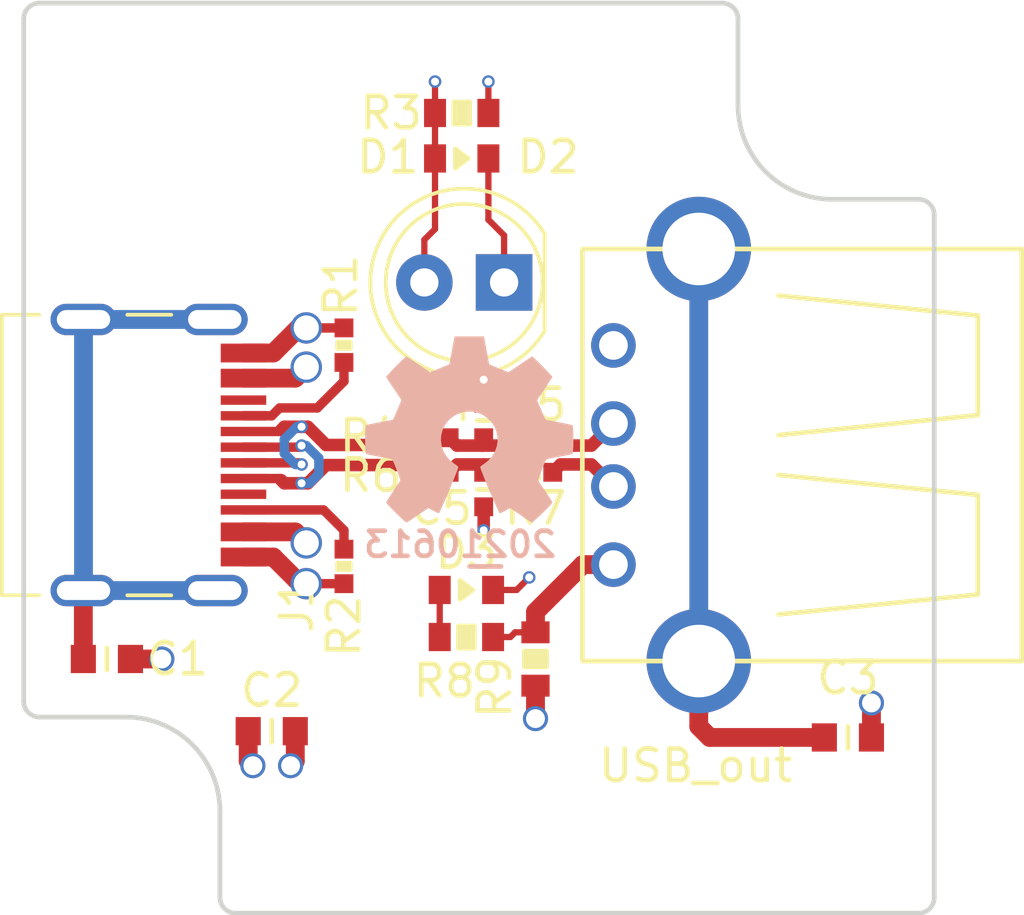
<source format=kicad_pcb>
(kicad_pcb (version 20171130) (host pcbnew 5.1.10-88a1d61d58~88~ubuntu20.10.1)

  (general
    (thickness 1.6)
    (drawings 17)
    (tracks 121)
    (zones 0)
    (modules 23)
    (nets 18)
  )

  (page A4)
  (layers
    (0 F.Cu signal)
    (1 In1.Cu signal)
    (2 In2.Cu signal)
    (31 B.Cu signal)
    (32 B.Adhes user)
    (33 F.Adhes user)
    (34 B.Paste user)
    (35 F.Paste user)
    (36 B.SilkS user)
    (37 F.SilkS user)
    (38 B.Mask user)
    (39 F.Mask user)
    (40 Dwgs.User user)
    (41 Cmts.User user)
    (42 Eco1.User user)
    (43 Eco2.User user)
    (44 Edge.Cuts user)
    (45 Margin user)
    (46 B.CrtYd user)
    (47 F.CrtYd user)
    (48 B.Fab user)
    (49 F.Fab user)
  )

  (setup
    (last_trace_width 0.2)
    (user_trace_width 0.1524)
    (user_trace_width 0.2)
    (user_trace_width 0.3)
    (user_trace_width 0.4)
    (user_trace_width 0.6)
    (user_trace_width 1)
    (user_trace_width 1.5)
    (user_trace_width 2)
    (trace_clearance 0.1524)
    (zone_clearance 0.5)
    (zone_45_only no)
    (trace_min 0.1524)
    (via_size 0.381)
    (via_drill 0.254)
    (via_min_size 0.381)
    (via_min_drill 0.254)
    (user_via 0.4 0.254)
    (user_via 0.6 0.4)
    (user_via 0.8 0.6)
    (user_via 1 0.8)
    (user_via 1.3 1)
    (user_via 1.5 1.2)
    (user_via 1.7 1.4)
    (user_via 1.9 1.6)
    (uvia_size 0.381)
    (uvia_drill 0.254)
    (uvias_allowed no)
    (uvia_min_size 0.381)
    (uvia_min_drill 0.254)
    (edge_width 0.15)
    (segment_width 0.2)
    (pcb_text_width 0.3)
    (pcb_text_size 1.5 1.5)
    (mod_edge_width 0.15)
    (mod_text_size 0.8 0.8)
    (mod_text_width 0.15)
    (pad_size 1.524 1.524)
    (pad_drill 0.762)
    (pad_to_mask_clearance 0.1)
    (solder_mask_min_width 0.15)
    (aux_axis_origin 0 0)
    (visible_elements FFFFFF7F)
    (pcbplotparams
      (layerselection 0x010fc_ffffffff)
      (usegerberextensions true)
      (usegerberattributes false)
      (usegerberadvancedattributes false)
      (creategerberjobfile false)
      (excludeedgelayer true)
      (linewidth 0.100000)
      (plotframeref false)
      (viasonmask false)
      (mode 1)
      (useauxorigin false)
      (hpglpennumber 1)
      (hpglpenspeed 20)
      (hpglpendiameter 15.000000)
      (psnegative false)
      (psa4output false)
      (plotreference true)
      (plotvalue true)
      (plotinvisibletext false)
      (padsonsilk false)
      (subtractmaskfromsilk false)
      (outputformat 1)
      (mirror false)
      (drillshape 0)
      (scaleselection 1)
      (outputdirectory "OSH_Park_2_layer_plots"))
  )

  (net 0 "")
  (net 1 "Net-(C1-Pad1)")
  (net 2 /GND)
  (net 3 /VBUS)
  (net 4 /CC1)
  (net 5 /CC2)
  (net 6 "Net-(D1-Pad2)")
  (net 7 "Net-(C3-Pad1)")
  (net 8 "Net-(C4-Pad1)")
  (net 9 "Net-(C5-Pad1)")
  (net 10 "Net-(J1-PadB8)")
  (net 11 "Net-(J1-PadA8)")
  (net 12 /DP_out)
  (net 13 /DN_out)
  (net 14 /Din+)
  (net 15 /Din-)
  (net 16 "Net-(D3-Pad2)")
  (net 17 /VBUS_in)

  (net_class Default "This is the default net class."
    (clearance 0.1524)
    (trace_width 0.1524)
    (via_dia 0.381)
    (via_drill 0.254)
    (uvia_dia 0.381)
    (uvia_drill 0.254)
    (add_net /CC1)
    (add_net /CC2)
    (add_net /DN_out)
    (add_net /DP_out)
    (add_net /Din+)
    (add_net /Din-)
    (add_net /GND)
    (add_net /VBUS)
    (add_net /VBUS_in)
    (add_net "Net-(C1-Pad1)")
    (add_net "Net-(C3-Pad1)")
    (add_net "Net-(C4-Pad1)")
    (add_net "Net-(C5-Pad1)")
    (add_net "Net-(D1-Pad2)")
    (add_net "Net-(D3-Pad2)")
    (add_net "Net-(J1-PadA8)")
    (add_net "Net-(J1-PadB8)")
  )

  (module SquantorRcl:R_0603_hand (layer F.Cu) (tedit 5D440259) (tstamp 60C6066A)
    (at 149.3 108 270)
    (descr "Resistor SMD 0603, reflow soldering, Vishay (see dcrcw.pdf)")
    (tags "resistor 0603")
    (path /60D0C877)
    (attr smd)
    (fp_text reference R9 (at 0.9 1.3 90) (layer F.SilkS)
      (effects (font (size 1 1) (thickness 0.15)))
    )
    (fp_text value 0 (at 0.8 1.3 90) (layer F.Fab)
      (effects (font (size 1 1) (thickness 0.15)))
    )
    (fp_line (start -0.8 0.4) (end -0.8 -0.4) (layer F.Fab) (width 0.1))
    (fp_line (start 0.8 0.4) (end -0.8 0.4) (layer F.Fab) (width 0.1))
    (fp_line (start 0.8 -0.4) (end 0.8 0.4) (layer F.Fab) (width 0.1))
    (fp_line (start -0.8 -0.4) (end 0.8 -0.4) (layer F.Fab) (width 0.1))
    (fp_line (start -1.45 -0.75) (end 1.45 -0.75) (layer F.CrtYd) (width 0.05))
    (fp_line (start -1.45 0.75) (end 1.45 0.75) (layer F.CrtYd) (width 0.05))
    (fp_line (start -1.45 -0.75) (end -1.45 0.75) (layer F.CrtYd) (width 0.05))
    (fp_line (start 1.45 -0.75) (end 1.45 0.75) (layer F.CrtYd) (width 0.05))
    (fp_line (start 0.25 -0.35) (end 0.25 0.35) (layer F.SilkS) (width 0.15))
    (fp_line (start -0.25 0.35) (end -0.25 -0.35) (layer F.SilkS) (width 0.15))
    (fp_line (start -0.25 -0.35) (end 0.25 -0.35) (layer F.SilkS) (width 0.15))
    (fp_line (start 0.25 0.35) (end -0.25 0.35) (layer F.SilkS) (width 0.15))
    (fp_line (start -0.1 0.35) (end -0.1 -0.35) (layer F.SilkS) (width 0.15))
    (fp_line (start -0.1 -0.35) (end 0.1 -0.35) (layer F.SilkS) (width 0.15))
    (fp_line (start 0.1 -0.35) (end 0.1 0.35) (layer F.SilkS) (width 0.15))
    (fp_line (start 0 0.35) (end 0 -0.35) (layer F.SilkS) (width 0.15))
    (pad 2 smd rect (at 0.85 0 270) (size 0.7 0.9) (layers F.Cu F.Paste F.Mask)
      (net 3 /VBUS))
    (pad 1 smd rect (at -0.85 0 270) (size 0.7 0.9) (layers F.Cu F.Paste F.Mask)
      (net 17 /VBUS_in))
    (model ${KISYS3DMOD}/Resistor_SMD.3dshapes/R_0603_1608Metric.step
      (at (xyz 0 0 0))
      (scale (xyz 1 1 1))
      (rotate (xyz 0 0 0))
    )
  )

  (module SquantorRcl:R_0603_hand (layer F.Cu) (tedit 5D440259) (tstamp 60C60654)
    (at 147.1 107.3 180)
    (descr "Resistor SMD 0603, reflow soldering, Vishay (see dcrcw.pdf)")
    (tags "resistor 0603")
    (path /60CE5A1D)
    (attr smd)
    (fp_text reference R8 (at 0.7 -1.4) (layer F.SilkS)
      (effects (font (size 1 1) (thickness 0.15)))
    )
    (fp_text value 1K (at 0.7 -1.4 180) (layer F.Fab)
      (effects (font (size 1 1) (thickness 0.15)))
    )
    (fp_line (start -0.8 0.4) (end -0.8 -0.4) (layer F.Fab) (width 0.1))
    (fp_line (start 0.8 0.4) (end -0.8 0.4) (layer F.Fab) (width 0.1))
    (fp_line (start 0.8 -0.4) (end 0.8 0.4) (layer F.Fab) (width 0.1))
    (fp_line (start -0.8 -0.4) (end 0.8 -0.4) (layer F.Fab) (width 0.1))
    (fp_line (start -1.45 -0.75) (end 1.45 -0.75) (layer F.CrtYd) (width 0.05))
    (fp_line (start -1.45 0.75) (end 1.45 0.75) (layer F.CrtYd) (width 0.05))
    (fp_line (start -1.45 -0.75) (end -1.45 0.75) (layer F.CrtYd) (width 0.05))
    (fp_line (start 1.45 -0.75) (end 1.45 0.75) (layer F.CrtYd) (width 0.05))
    (fp_line (start 0.25 -0.35) (end 0.25 0.35) (layer F.SilkS) (width 0.15))
    (fp_line (start -0.25 0.35) (end -0.25 -0.35) (layer F.SilkS) (width 0.15))
    (fp_line (start -0.25 -0.35) (end 0.25 -0.35) (layer F.SilkS) (width 0.15))
    (fp_line (start 0.25 0.35) (end -0.25 0.35) (layer F.SilkS) (width 0.15))
    (fp_line (start -0.1 0.35) (end -0.1 -0.35) (layer F.SilkS) (width 0.15))
    (fp_line (start -0.1 -0.35) (end 0.1 -0.35) (layer F.SilkS) (width 0.15))
    (fp_line (start 0.1 -0.35) (end 0.1 0.35) (layer F.SilkS) (width 0.15))
    (fp_line (start 0 0.35) (end 0 -0.35) (layer F.SilkS) (width 0.15))
    (pad 2 smd rect (at 0.85 0 180) (size 0.7 0.9) (layers F.Cu F.Paste F.Mask)
      (net 16 "Net-(D3-Pad2)"))
    (pad 1 smd rect (at -0.85 0 180) (size 0.7 0.9) (layers F.Cu F.Paste F.Mask)
      (net 17 /VBUS_in))
    (model ${KISYS3DMOD}/Resistor_SMD.3dshapes/R_0603_1608Metric.step
      (at (xyz 0 0 0))
      (scale (xyz 1 1 1))
      (rotate (xyz 0 0 0))
    )
  )

  (module SquantorDiodes:LED_0603_hand (layer F.Cu) (tedit 5D43FE44) (tstamp 60C604B0)
    (at 147.1 105.8 180)
    (descr "LED SMD 0603, reflow soldering, general purpose")
    (tags "LED 0603")
    (path /60CDA9CD)
    (attr smd)
    (fp_text reference D3 (at 0 1.2) (layer F.SilkS)
      (effects (font (size 1 1) (thickness 0.15)))
    )
    (fp_text value LED (at 0 1.2) (layer F.Fab)
      (effects (font (size 1 1) (thickness 0.15)))
    )
    (fp_line (start -0.8 0.4) (end -0.8 -0.4) (layer F.Fab) (width 0.1))
    (fp_line (start 0.8 0.4) (end -0.8 0.4) (layer F.Fab) (width 0.1))
    (fp_line (start 0.8 -0.4) (end 0.8 0.4) (layer F.Fab) (width 0.1))
    (fp_line (start -0.8 -0.4) (end 0.8 -0.4) (layer F.Fab) (width 0.1))
    (fp_line (start -1.5 -0.7) (end 1.5 -0.7) (layer F.CrtYd) (width 0.05))
    (fp_line (start -1.5 0.7) (end 1.5 0.7) (layer F.CrtYd) (width 0.05))
    (fp_line (start -1.5 -0.7) (end -1.5 0.7) (layer F.CrtYd) (width 0.05))
    (fp_line (start 1.5 -0.7) (end 1.5 0.7) (layer F.CrtYd) (width 0.05))
    (fp_line (start 0.2 -0.3) (end -0.2 0) (layer F.SilkS) (width 0.15))
    (fp_line (start -0.2 0) (end 0.2 0.3) (layer F.SilkS) (width 0.15))
    (fp_line (start 0.2 0.3) (end 0.2 -0.3) (layer F.SilkS) (width 0.15))
    (fp_line (start -0.2 0) (end 0.2 0) (layer F.SilkS) (width 0.15))
    (fp_line (start 0.1 -0.2) (end 0.1 0.2) (layer F.SilkS) (width 0.15))
    (pad 2 smd rect (at 0.85 0 180) (size 0.7 0.9) (layers F.Cu F.Paste F.Mask)
      (net 16 "Net-(D3-Pad2)"))
    (pad 1 smd rect (at -0.85 0 180) (size 0.7 0.9) (layers F.Cu F.Paste F.Mask)
      (net 2 /GND))
    (model ${KISYS3DMOD}/LED_SMD.3dshapes/LED_0603_1608Metric.step
      (at (xyz 0 0 0))
      (scale (xyz 1 1 1))
      (rotate (xyz 0 0 0))
    )
  )

  (module SquantorUsb:USB-C-HRO-31-M-12 (layer F.Cu) (tedit 60C24EC6) (tstamp 60C1334A)
    (at 140 101.5 270)
    (descr "USB-C HRO-31-M-12 connector")
    (tags USB-C)
    (path /60C183D1)
    (attr smd)
    (fp_text reference J1 (at 4.8 -1.7 90) (layer F.SilkS)
      (effects (font (size 1 1) (thickness 0.15)))
    )
    (fp_text value USB-C_PD_USB (at 4.8 -1.6 90) (layer F.Fab)
      (effects (font (size 1 1) (thickness 0.15)))
    )
    (fp_line (start -4.47 7.695) (end 4.47 7.695) (layer F.Fab) (width 0.12))
    (fp_line (start 5.2 5.5) (end 5.2 7.7) (layer F.CrtYd) (width 0.05))
    (fp_line (start 5.2 7.7) (end -5.2 7.7) (layer F.CrtYd) (width 0.05))
    (fp_line (start -5.2 7.7) (end -5.2 -1.1) (layer F.CrtYd) (width 0.05))
    (fp_line (start -5.2 -1.1) (end 5.2 -1.1) (layer F.CrtYd) (width 0.05))
    (fp_line (start 5.2 -1.1) (end 5.2 5.5) (layer F.CrtYd) (width 0.05))
    (fp_line (start -4.47 7.695) (end -4.47 0.395) (layer F.Fab) (width 0.12))
    (fp_line (start 4.47 7.695) (end 4.47 0.395) (layer F.Fab) (width 0.12))
    (fp_line (start -4.47 0.395) (end 4.47 0.395) (layer F.Fab) (width 0.12))
    (fp_line (start -4.47 3.7) (end -4.47 2.3) (layer F.SilkS) (width 0.12))
    (fp_line (start -4.47 6.5) (end -4.47 7.695) (layer F.SilkS) (width 0.12))
    (fp_line (start -4.47 7.695) (end 4.47 7.695) (layer F.SilkS) (width 0.12))
    (fp_line (start 4.47 7.695) (end 4.47 6.5) (layer F.SilkS) (width 0.12))
    (fp_line (start 4.47 3.7) (end 4.47 2.3) (layer F.SilkS) (width 0.12))
    (pad "" np_thru_hole circle (at -2.89 1.445 270) (size 0.65 0.65) (drill 0.65) (layers *.Cu *.Mask))
    (pad "" np_thru_hole circle (at 2.89 1.445 270) (size 0.65 0.65) (drill 0.65) (layers *.Cu *.Mask))
    (pad S thru_hole oval (at 4.32 5.095 270) (size 1 2.1) (drill oval 0.6 1.7) (layers *.Cu *.Mask)
      (net 1 "Net-(C1-Pad1)"))
    (pad S thru_hole oval (at -4.32 5.095 270) (size 1 2.1) (drill oval 0.6 1.7) (layers *.Cu *.Mask)
      (net 1 "Net-(C1-Pad1)"))
    (pad S thru_hole oval (at 4.32 0.915 270) (size 1 2.1) (drill oval 0.6 1.7) (layers *.Cu *.Mask)
      (net 1 "Net-(C1-Pad1)"))
    (pad S thru_hole oval (at -4.32 0.915 270) (size 1 2.1) (drill oval 0.6 1.7) (layers *.Cu *.Mask)
      (net 1 "Net-(C1-Pad1)"))
    (pad B1A12 smd rect (at 3.25 0 270) (size 0.6 1.45) (layers F.Cu F.Paste F.Mask)
      (net 2 /GND))
    (pad A1B12 smd rect (at -3.25 0 270) (size 0.6 1.45) (layers F.Cu F.Paste F.Mask)
      (net 2 /GND))
    (pad B4A9 smd rect (at 2.45 0 270) (size 0.6 1.45) (layers F.Cu F.Paste F.Mask)
      (net 3 /VBUS))
    (pad A4B9 smd rect (at -2.45 0 270) (size 0.6 1.45) (layers F.Cu F.Paste F.Mask)
      (net 3 /VBUS))
    (pad B5 smd rect (at 1.75 0 270) (size 0.3 1.45) (layers F.Cu F.Paste F.Mask)
      (net 5 /CC2))
    (pad B8 smd rect (at -1.75 0 270) (size 0.3 1.45) (layers F.Cu F.Paste F.Mask)
      (net 10 "Net-(J1-PadB8)"))
    (pad A8 smd rect (at 1.25 0 270) (size 0.3 1.45) (layers F.Cu F.Paste F.Mask)
      (net 11 "Net-(J1-PadA8)"))
    (pad A5 smd rect (at -1.25 0 270) (size 0.3 1.45) (layers F.Cu F.Paste F.Mask)
      (net 4 /CC1))
    (pad B6 smd rect (at 0.75 0 270) (size 0.3 1.45) (layers F.Cu F.Paste F.Mask)
      (net 14 /Din+))
    (pad B7 smd rect (at -0.75 0 270) (size 0.3 1.45) (layers F.Cu F.Paste F.Mask)
      (net 15 /Din-))
    (pad A7 smd rect (at 0.25 0 270) (size 0.3 1.45) (layers F.Cu F.Paste F.Mask)
      (net 15 /Din-))
    (pad A6 smd rect (at -0.25 0 270) (size 0.3 1.45) (layers F.Cu F.Paste F.Mask)
      (net 14 /Din+))
  )

  (module SquantorRcl:R_0402_hand (layer F.Cu) (tedit 5D440136) (tstamp 60C41F8E)
    (at 149.3 102.05)
    (descr "Resistor SMD 0402, reflow soldering, Vishay (see dcrcw.pdf)")
    (tags "resistor 0402")
    (path /60CB0DD2)
    (attr smd)
    (fp_text reference R7 (at 0 1.15) (layer F.SilkS)
      (effects (font (size 1 1) (thickness 0.15)))
    )
    (fp_text value TBD (at 0.25 1.15) (layer F.Fab)
      (effects (font (size 1 1) (thickness 0.15)))
    )
    (fp_line (start 0 -0.2) (end 0 0.2) (layer F.SilkS) (width 0.15))
    (fp_line (start -0.1 0.2) (end -0.1 -0.2) (layer F.SilkS) (width 0.15))
    (fp_line (start 0.1 0.2) (end -0.1 0.2) (layer F.SilkS) (width 0.15))
    (fp_line (start 0.1 -0.2) (end 0.1 0.2) (layer F.SilkS) (width 0.15))
    (fp_line (start -0.1 -0.2) (end 0.1 -0.2) (layer F.SilkS) (width 0.15))
    (fp_line (start 1.1 -0.55) (end 1.1 0.55) (layer F.CrtYd) (width 0.05))
    (fp_line (start -1.1 -0.55) (end -1.1 0.55) (layer F.CrtYd) (width 0.05))
    (fp_line (start -1.1 0.55) (end 1.1 0.55) (layer F.CrtYd) (width 0.05))
    (fp_line (start -1.1 -0.55) (end 1.1 -0.55) (layer F.CrtYd) (width 0.05))
    (fp_line (start -0.5 -0.25) (end 0.5 -0.25) (layer F.Fab) (width 0.1))
    (fp_line (start 0.5 -0.25) (end 0.5 0.25) (layer F.Fab) (width 0.1))
    (fp_line (start 0.5 0.25) (end -0.5 0.25) (layer F.Fab) (width 0.1))
    (fp_line (start -0.5 0.25) (end -0.5 -0.25) (layer F.Fab) (width 0.1))
    (pad 2 smd rect (at 0.55 0) (size 0.6 0.6) (layers F.Cu F.Paste F.Mask)
      (net 12 /DP_out))
    (pad 1 smd rect (at -0.55 0) (size 0.6 0.6) (layers F.Cu F.Paste F.Mask)
      (net 9 "Net-(C5-Pad1)"))
    (model ${KISYS3DMOD}/Resistor_SMD.3dshapes/R_0402_1005Metric.step
      (at (xyz 0 0 0))
      (scale (xyz 1 1 1))
      (rotate (xyz 0 0 0))
    )
  )

  (module SquantorRcl:R_0402_hand (layer F.Cu) (tedit 5D440136) (tstamp 60C41F7B)
    (at 146 102.05 180)
    (descr "Resistor SMD 0402, reflow soldering, Vishay (see dcrcw.pdf)")
    (tags "resistor 0402")
    (path /60CB0C9C)
    (attr smd)
    (fp_text reference R6 (at 1.95 -0.1) (layer F.SilkS)
      (effects (font (size 1 1) (thickness 0.15)))
    )
    (fp_text value TBD (at 2.3 -0.1) (layer F.Fab)
      (effects (font (size 1 1) (thickness 0.15)))
    )
    (fp_line (start 0 -0.2) (end 0 0.2) (layer F.SilkS) (width 0.15))
    (fp_line (start -0.1 0.2) (end -0.1 -0.2) (layer F.SilkS) (width 0.15))
    (fp_line (start 0.1 0.2) (end -0.1 0.2) (layer F.SilkS) (width 0.15))
    (fp_line (start 0.1 -0.2) (end 0.1 0.2) (layer F.SilkS) (width 0.15))
    (fp_line (start -0.1 -0.2) (end 0.1 -0.2) (layer F.SilkS) (width 0.15))
    (fp_line (start 1.1 -0.55) (end 1.1 0.55) (layer F.CrtYd) (width 0.05))
    (fp_line (start -1.1 -0.55) (end -1.1 0.55) (layer F.CrtYd) (width 0.05))
    (fp_line (start -1.1 0.55) (end 1.1 0.55) (layer F.CrtYd) (width 0.05))
    (fp_line (start -1.1 -0.55) (end 1.1 -0.55) (layer F.CrtYd) (width 0.05))
    (fp_line (start -0.5 -0.25) (end 0.5 -0.25) (layer F.Fab) (width 0.1))
    (fp_line (start 0.5 -0.25) (end 0.5 0.25) (layer F.Fab) (width 0.1))
    (fp_line (start 0.5 0.25) (end -0.5 0.25) (layer F.Fab) (width 0.1))
    (fp_line (start -0.5 0.25) (end -0.5 -0.25) (layer F.Fab) (width 0.1))
    (pad 2 smd rect (at 0.55 0 180) (size 0.6 0.6) (layers F.Cu F.Paste F.Mask)
      (net 14 /Din+))
    (pad 1 smd rect (at -0.55 0 180) (size 0.6 0.6) (layers F.Cu F.Paste F.Mask)
      (net 9 "Net-(C5-Pad1)"))
    (model ${KISYS3DMOD}/Resistor_SMD.3dshapes/R_0402_1005Metric.step
      (at (xyz 0 0 0))
      (scale (xyz 1 1 1))
      (rotate (xyz 0 0 0))
    )
  )

  (module SquantorRcl:R_0402_hand (layer F.Cu) (tedit 5D440136) (tstamp 60C41F68)
    (at 149.3 100.95)
    (descr "Resistor SMD 0402, reflow soldering, Vishay (see dcrcw.pdf)")
    (tags "resistor 0402")
    (path /60CA2E08)
    (attr smd)
    (fp_text reference R5 (at 0 -1.05) (layer F.SilkS)
      (effects (font (size 1 1) (thickness 0.15)))
    )
    (fp_text value TBD (at 0.15 -1.05) (layer F.Fab)
      (effects (font (size 1 1) (thickness 0.15)))
    )
    (fp_line (start 0 -0.2) (end 0 0.2) (layer F.SilkS) (width 0.15))
    (fp_line (start -0.1 0.2) (end -0.1 -0.2) (layer F.SilkS) (width 0.15))
    (fp_line (start 0.1 0.2) (end -0.1 0.2) (layer F.SilkS) (width 0.15))
    (fp_line (start 0.1 -0.2) (end 0.1 0.2) (layer F.SilkS) (width 0.15))
    (fp_line (start -0.1 -0.2) (end 0.1 -0.2) (layer F.SilkS) (width 0.15))
    (fp_line (start 1.1 -0.55) (end 1.1 0.55) (layer F.CrtYd) (width 0.05))
    (fp_line (start -1.1 -0.55) (end -1.1 0.55) (layer F.CrtYd) (width 0.05))
    (fp_line (start -1.1 0.55) (end 1.1 0.55) (layer F.CrtYd) (width 0.05))
    (fp_line (start -1.1 -0.55) (end 1.1 -0.55) (layer F.CrtYd) (width 0.05))
    (fp_line (start -0.5 -0.25) (end 0.5 -0.25) (layer F.Fab) (width 0.1))
    (fp_line (start 0.5 -0.25) (end 0.5 0.25) (layer F.Fab) (width 0.1))
    (fp_line (start 0.5 0.25) (end -0.5 0.25) (layer F.Fab) (width 0.1))
    (fp_line (start -0.5 0.25) (end -0.5 -0.25) (layer F.Fab) (width 0.1))
    (pad 2 smd rect (at 0.55 0) (size 0.6 0.6) (layers F.Cu F.Paste F.Mask)
      (net 13 /DN_out))
    (pad 1 smd rect (at -0.55 0) (size 0.6 0.6) (layers F.Cu F.Paste F.Mask)
      (net 8 "Net-(C4-Pad1)"))
    (model ${KISYS3DMOD}/Resistor_SMD.3dshapes/R_0402_1005Metric.step
      (at (xyz 0 0 0))
      (scale (xyz 1 1 1))
      (rotate (xyz 0 0 0))
    )
  )

  (module SquantorRcl:R_0402_hand (layer F.Cu) (tedit 5D440136) (tstamp 60C41F55)
    (at 146 100.95 180)
    (descr "Resistor SMD 0402, reflow soldering, Vishay (see dcrcw.pdf)")
    (tags "resistor 0402")
    (path /60C9DD33)
    (attr smd)
    (fp_text reference R4 (at 1.95 0.05) (layer F.SilkS)
      (effects (font (size 1 1) (thickness 0.15)))
    )
    (fp_text value TBD (at 2.35 0.05) (layer F.Fab)
      (effects (font (size 1 1) (thickness 0.15)))
    )
    (fp_line (start 0 -0.2) (end 0 0.2) (layer F.SilkS) (width 0.15))
    (fp_line (start -0.1 0.2) (end -0.1 -0.2) (layer F.SilkS) (width 0.15))
    (fp_line (start 0.1 0.2) (end -0.1 0.2) (layer F.SilkS) (width 0.15))
    (fp_line (start 0.1 -0.2) (end 0.1 0.2) (layer F.SilkS) (width 0.15))
    (fp_line (start -0.1 -0.2) (end 0.1 -0.2) (layer F.SilkS) (width 0.15))
    (fp_line (start 1.1 -0.55) (end 1.1 0.55) (layer F.CrtYd) (width 0.05))
    (fp_line (start -1.1 -0.55) (end -1.1 0.55) (layer F.CrtYd) (width 0.05))
    (fp_line (start -1.1 0.55) (end 1.1 0.55) (layer F.CrtYd) (width 0.05))
    (fp_line (start -1.1 -0.55) (end 1.1 -0.55) (layer F.CrtYd) (width 0.05))
    (fp_line (start -0.5 -0.25) (end 0.5 -0.25) (layer F.Fab) (width 0.1))
    (fp_line (start 0.5 -0.25) (end 0.5 0.25) (layer F.Fab) (width 0.1))
    (fp_line (start 0.5 0.25) (end -0.5 0.25) (layer F.Fab) (width 0.1))
    (fp_line (start -0.5 0.25) (end -0.5 -0.25) (layer F.Fab) (width 0.1))
    (pad 2 smd rect (at 0.55 0 180) (size 0.6 0.6) (layers F.Cu F.Paste F.Mask)
      (net 15 /Din-))
    (pad 1 smd rect (at -0.55 0 180) (size 0.6 0.6) (layers F.Cu F.Paste F.Mask)
      (net 8 "Net-(C4-Pad1)"))
    (model ${KISYS3DMOD}/Resistor_SMD.3dshapes/R_0402_1005Metric.step
      (at (xyz 0 0 0))
      (scale (xyz 1 1 1))
      (rotate (xyz 0 0 0))
    )
  )

  (module SquantorUsb:USB-A-TH (layer F.Cu) (tedit 5B3D2766) (tstamp 60C41EC4)
    (at 154.5 101.5 180)
    (descr "USB SERIES A HOLE MOUNTED")
    (tags "USB SERIES A HOLE MOUNTED")
    (path /60C66E9C)
    (attr virtual)
    (fp_text reference J2 (at 0 9.6) (layer F.Fab)
      (effects (font (size 1 1) (thickness 0.15)))
    )
    (fp_text value USB_out (at 0.1 -9.9 180) (layer F.SilkS)
      (effects (font (size 1 1) (thickness 0.15)))
    )
    (fp_line (start -8.89 -1.27) (end -2.54 -0.635) (layer F.SilkS) (width 0.15))
    (fp_line (start -8.89 -4.445) (end -8.89 -1.27) (layer F.SilkS) (width 0.15))
    (fp_line (start -2.54 -5.08) (end -8.89 -4.445) (layer F.SilkS) (width 0.15))
    (fp_line (start -8.89 1.27) (end -2.54 0.635) (layer F.SilkS) (width 0.15))
    (fp_line (start -8.89 4.445) (end -8.89 1.27) (layer F.SilkS) (width 0.15))
    (fp_line (start -2.54 5.08) (end -8.89 4.445) (layer F.SilkS) (width 0.15))
    (fp_line (start 3.7084 -6.5024) (end 3.7084 6.5024) (layer F.SilkS) (width 0.15))
    (fp_line (start -10.287 -6.477) (end -10.287 6.477) (layer F.SilkS) (width 0.15))
    (fp_line (start 3.6957 6.5659) (end -10.287 6.5659) (layer F.SilkS) (width 0.15))
    (fp_line (start 3.6957 -6.5659) (end -10.287 -6.5659) (layer F.SilkS) (width 0.15))
    (pad 1 thru_hole circle (at 2.7178 -3.4925 180) (size 1.4224 1.4224) (drill 0.9144) (layers *.Cu *.Mask)
      (net 17 /VBUS_in))
    (pad S thru_hole circle (at 0 -6.5659 180) (size 3.3274 3.3274) (drill 2.3114) (layers *.Cu *.Mask)
      (net 7 "Net-(C3-Pad1)"))
    (pad S thru_hole circle (at 0 6.5659 180) (size 3.3274 3.3274) (drill 2.3114) (layers *.Cu *.Mask)
      (net 7 "Net-(C3-Pad1)"))
    (pad 4 thru_hole circle (at 2.7178 3.4925 180) (size 1.4224 1.4224) (drill 0.9144) (layers *.Cu *.Mask)
      (net 2 /GND))
    (pad 2 thru_hole circle (at 2.7178 -1.0033 180) (size 1.4224 1.4224) (drill 0.9144) (layers *.Cu *.Mask)
      (net 12 /DP_out))
    (pad 3 thru_hole circle (at 2.7178 1.0033 180) (size 1.4224 1.4224) (drill 0.9144) (layers *.Cu *.Mask)
      (net 13 /DN_out))
  )

  (module SquantorRcl:C_0402 (layer F.Cu) (tedit 5D442507) (tstamp 60C41E14)
    (at 147.65 102.6 270)
    (descr "Capacitor SMD 0402, reflow soldering, AVX (see smccp.pdf)")
    (tags "capacitor 0402")
    (path /60CB0DC8)
    (attr smd)
    (fp_text reference C5 (at 0.6 1.35 180) (layer F.SilkS)
      (effects (font (size 1 1) (thickness 0.15)))
    )
    (fp_text value TBD (at 0.6 1.75 180) (layer F.Fab)
      (effects (font (size 1 1) (thickness 0.15)))
    )
    (fp_line (start 0 -0.2) (end 0 0.2) (layer F.SilkS) (width 0.15))
    (fp_line (start 1.1 -0.55) (end 1.1 0.55) (layer F.CrtYd) (width 0.05))
    (fp_line (start -1.1 -0.55) (end -1.1 0.55) (layer F.CrtYd) (width 0.05))
    (fp_line (start -1.1 0.55) (end 1.1 0.55) (layer F.CrtYd) (width 0.05))
    (fp_line (start -1.1 -0.55) (end 1.1 -0.55) (layer F.CrtYd) (width 0.05))
    (fp_line (start -0.5 -0.25) (end 0.5 -0.25) (layer F.Fab) (width 0.1))
    (fp_line (start 0.5 -0.25) (end 0.5 0.25) (layer F.Fab) (width 0.1))
    (fp_line (start 0.5 0.25) (end -0.5 0.25) (layer F.Fab) (width 0.1))
    (fp_line (start -0.5 0.25) (end -0.5 -0.25) (layer F.Fab) (width 0.1))
    (pad 2 smd rect (at 0.55 0 270) (size 0.6 0.6) (layers F.Cu F.Paste F.Mask)
      (net 2 /GND))
    (pad 1 smd rect (at -0.55 0 270) (size 0.6 0.6) (layers F.Cu F.Paste F.Mask)
      (net 9 "Net-(C5-Pad1)"))
    (model ${KISYS3DMOD}/Capacitor_SMD.3dshapes/C_0402_1005Metric.step
      (at (xyz 0 0 0))
      (scale (xyz 1 1 1))
      (rotate (xyz 0 0 0))
    )
  )

  (module SquantorRcl:C_0402 (layer F.Cu) (tedit 5D442507) (tstamp 60C41E05)
    (at 147.65 100.4 90)
    (descr "Capacitor SMD 0402, reflow soldering, AVX (see smccp.pdf)")
    (tags "capacitor 0402")
    (path /60CA15CF)
    (attr smd)
    (fp_text reference C4 (at 0.5 -1.35 180) (layer F.SilkS)
      (effects (font (size 1 1) (thickness 0.15)))
    )
    (fp_text value TBD (at 0.5 -1.75 180) (layer F.Fab)
      (effects (font (size 1 1) (thickness 0.15)))
    )
    (fp_line (start 0 -0.2) (end 0 0.2) (layer F.SilkS) (width 0.15))
    (fp_line (start 1.1 -0.55) (end 1.1 0.55) (layer F.CrtYd) (width 0.05))
    (fp_line (start -1.1 -0.55) (end -1.1 0.55) (layer F.CrtYd) (width 0.05))
    (fp_line (start -1.1 0.55) (end 1.1 0.55) (layer F.CrtYd) (width 0.05))
    (fp_line (start -1.1 -0.55) (end 1.1 -0.55) (layer F.CrtYd) (width 0.05))
    (fp_line (start -0.5 -0.25) (end 0.5 -0.25) (layer F.Fab) (width 0.1))
    (fp_line (start 0.5 -0.25) (end 0.5 0.25) (layer F.Fab) (width 0.1))
    (fp_line (start 0.5 0.25) (end -0.5 0.25) (layer F.Fab) (width 0.1))
    (fp_line (start -0.5 0.25) (end -0.5 -0.25) (layer F.Fab) (width 0.1))
    (pad 2 smd rect (at 0.55 0 90) (size 0.6 0.6) (layers F.Cu F.Paste F.Mask)
      (net 2 /GND))
    (pad 1 smd rect (at -0.55 0 90) (size 0.6 0.6) (layers F.Cu F.Paste F.Mask)
      (net 8 "Net-(C4-Pad1)"))
    (model ${KISYS3DMOD}/Capacitor_SMD.3dshapes/C_0402_1005Metric.step
      (at (xyz 0 0 0))
      (scale (xyz 1 1 1))
      (rotate (xyz 0 0 0))
    )
  )

  (module SquantorRcl:C_0603 (layer F.Cu) (tedit 5D4422AA) (tstamp 60C41DF6)
    (at 159.25 110.5)
    (descr "Capacitor SMD 0603, reflow soldering, AVX (see smccp.pdf)")
    (tags "capacitor 0603")
    (path /60C67D2D)
    (attr smd)
    (fp_text reference C3 (at 0 -1.9) (layer F.SilkS)
      (effects (font (size 1 1) (thickness 0.15)))
    )
    (fp_text value 10n (at 0 1.9) (layer F.Fab)
      (effects (font (size 1 1) (thickness 0.15)))
    )
    (fp_line (start 0 -0.35) (end 0 0.35) (layer F.SilkS) (width 0.15))
    (fp_line (start 1.4 -0.7) (end 1.4 0.7) (layer F.CrtYd) (width 0.05))
    (fp_line (start -1.4 -0.7) (end -1.4 0.7) (layer F.CrtYd) (width 0.05))
    (fp_line (start -1.4 0.7) (end 1.4 0.7) (layer F.CrtYd) (width 0.05))
    (fp_line (start -1.4 -0.7) (end 1.4 -0.7) (layer F.CrtYd) (width 0.05))
    (fp_line (start -0.8 -0.4) (end 0.8 -0.4) (layer F.Fab) (width 0.1))
    (fp_line (start 0.8 -0.4) (end 0.8 0.4) (layer F.Fab) (width 0.1))
    (fp_line (start 0.8 0.4) (end -0.8 0.4) (layer F.Fab) (width 0.1))
    (fp_line (start -0.8 0.4) (end -0.8 -0.4) (layer F.Fab) (width 0.1))
    (pad 2 smd rect (at 0.75 0) (size 0.8 0.9) (layers F.Cu F.Paste F.Mask)
      (net 2 /GND))
    (pad 1 smd rect (at -0.75 0) (size 0.8 0.9) (layers F.Cu F.Paste F.Mask)
      (net 7 "Net-(C3-Pad1)"))
    (model ${KISYS3DMOD}/Capacitor_SMD.3dshapes/C_0603_1608Metric.step
      (at (xyz 0 0 0))
      (scale (xyz 1 1 1))
      (rotate (xyz 0 0 0))
    )
  )

  (module SquantorRcl:C_0603 (layer F.Cu) (tedit 5D4422AA) (tstamp 60C00D36)
    (at 135.65 108)
    (descr "Capacitor SMD 0603, reflow soldering, AVX (see smccp.pdf)")
    (tags "capacitor 0603")
    (path /60BE31C3)
    (attr smd)
    (fp_text reference C1 (at 2.25 0) (layer F.SilkS)
      (effects (font (size 1 1) (thickness 0.15)))
    )
    (fp_text value 10n (at 2.65 0) (layer F.Fab)
      (effects (font (size 1 1) (thickness 0.15)))
    )
    (fp_line (start 0 -0.35) (end 0 0.35) (layer F.SilkS) (width 0.15))
    (fp_line (start 1.4 -0.7) (end 1.4 0.7) (layer F.CrtYd) (width 0.05))
    (fp_line (start -1.4 -0.7) (end -1.4 0.7) (layer F.CrtYd) (width 0.05))
    (fp_line (start -1.4 0.7) (end 1.4 0.7) (layer F.CrtYd) (width 0.05))
    (fp_line (start -1.4 -0.7) (end 1.4 -0.7) (layer F.CrtYd) (width 0.05))
    (fp_line (start -0.8 -0.4) (end 0.8 -0.4) (layer F.Fab) (width 0.1))
    (fp_line (start 0.8 -0.4) (end 0.8 0.4) (layer F.Fab) (width 0.1))
    (fp_line (start 0.8 0.4) (end -0.8 0.4) (layer F.Fab) (width 0.1))
    (fp_line (start -0.8 0.4) (end -0.8 -0.4) (layer F.Fab) (width 0.1))
    (pad 2 smd rect (at 0.75 0) (size 0.8 0.9) (layers F.Cu F.Paste F.Mask)
      (net 2 /GND))
    (pad 1 smd rect (at -0.75 0) (size 0.8 0.9) (layers F.Cu F.Paste F.Mask)
      (net 1 "Net-(C1-Pad1)"))
    (model ${KISYS3DMOD}/Capacitor_SMD.3dshapes/C_0603_1608Metric.step
      (at (xyz 0 0 0))
      (scale (xyz 1 1 1))
      (rotate (xyz 0 0 0))
    )
  )

  (module SquantorRcl:R_0603_hand (layer F.Cu) (tedit 5D440259) (tstamp 60C421BA)
    (at 146.95 90.6 180)
    (descr "Resistor SMD 0603, reflow soldering, Vishay (see dcrcw.pdf)")
    (tags "resistor 0603")
    (path /60BFDB94)
    (attr smd)
    (fp_text reference R3 (at 2.25 0) (layer F.SilkS)
      (effects (font (size 1 1) (thickness 0.15)))
    )
    (fp_text value 1K (at 2.35 0) (layer F.Fab)
      (effects (font (size 1 1) (thickness 0.15)))
    )
    (fp_line (start -0.8 0.4) (end -0.8 -0.4) (layer F.Fab) (width 0.1))
    (fp_line (start 0.8 0.4) (end -0.8 0.4) (layer F.Fab) (width 0.1))
    (fp_line (start 0.8 -0.4) (end 0.8 0.4) (layer F.Fab) (width 0.1))
    (fp_line (start -0.8 -0.4) (end 0.8 -0.4) (layer F.Fab) (width 0.1))
    (fp_line (start -1.45 -0.75) (end 1.45 -0.75) (layer F.CrtYd) (width 0.05))
    (fp_line (start -1.45 0.75) (end 1.45 0.75) (layer F.CrtYd) (width 0.05))
    (fp_line (start -1.45 -0.75) (end -1.45 0.75) (layer F.CrtYd) (width 0.05))
    (fp_line (start 1.45 -0.75) (end 1.45 0.75) (layer F.CrtYd) (width 0.05))
    (fp_line (start 0.25 -0.35) (end 0.25 0.35) (layer F.SilkS) (width 0.15))
    (fp_line (start -0.25 0.35) (end -0.25 -0.35) (layer F.SilkS) (width 0.15))
    (fp_line (start -0.25 -0.35) (end 0.25 -0.35) (layer F.SilkS) (width 0.15))
    (fp_line (start 0.25 0.35) (end -0.25 0.35) (layer F.SilkS) (width 0.15))
    (fp_line (start -0.1 0.35) (end -0.1 -0.35) (layer F.SilkS) (width 0.15))
    (fp_line (start -0.1 -0.35) (end 0.1 -0.35) (layer F.SilkS) (width 0.15))
    (fp_line (start 0.1 -0.35) (end 0.1 0.35) (layer F.SilkS) (width 0.15))
    (fp_line (start 0 0.35) (end 0 -0.35) (layer F.SilkS) (width 0.15))
    (pad 2 smd rect (at 0.85 0 180) (size 0.7 0.9) (layers F.Cu F.Paste F.Mask)
      (net 6 "Net-(D1-Pad2)"))
    (pad 1 smd rect (at -0.85 0 180) (size 0.7 0.9) (layers F.Cu F.Paste F.Mask)
      (net 3 /VBUS))
    (model ${KISYS3DMOD}/Resistor_SMD.3dshapes/R_0603_1608Metric.step
      (at (xyz 0 0 0))
      (scale (xyz 1 1 1))
      (rotate (xyz 0 0 0))
    )
  )

  (module LED_THT:LED_D5.0mm (layer F.Cu) (tedit 5995936A) (tstamp 60C421F5)
    (at 148.3 96 180)
    (descr "LED, diameter 5.0mm, 2 pins, http://cdn-reichelt.de/documents/datenblatt/A500/LL-504BC2E-009.pdf")
    (tags "LED diameter 5.0mm 2 pins")
    (path /60C2E638)
    (fp_text reference D2 (at -1.4 4) (layer F.SilkS)
      (effects (font (size 1 1) (thickness 0.15)))
    )
    (fp_text value LED (at -1.4 4) (layer F.Fab)
      (effects (font (size 1 1) (thickness 0.15)))
    )
    (fp_line (start 4.5 -3.25) (end -1.95 -3.25) (layer F.CrtYd) (width 0.05))
    (fp_line (start 4.5 3.25) (end 4.5 -3.25) (layer F.CrtYd) (width 0.05))
    (fp_line (start -1.95 3.25) (end 4.5 3.25) (layer F.CrtYd) (width 0.05))
    (fp_line (start -1.95 -3.25) (end -1.95 3.25) (layer F.CrtYd) (width 0.05))
    (fp_line (start -1.29 -1.545) (end -1.29 1.545) (layer F.SilkS) (width 0.12))
    (fp_line (start -1.23 -1.469694) (end -1.23 1.469694) (layer F.Fab) (width 0.1))
    (fp_circle (center 1.27 0) (end 3.77 0) (layer F.SilkS) (width 0.12))
    (fp_circle (center 1.27 0) (end 3.77 0) (layer F.Fab) (width 0.1))
    (fp_text user %R (at 1.25 0) (layer F.Fab)
      (effects (font (size 0.8 0.8) (thickness 0.2)))
    )
    (fp_arc (start 1.27 0) (end -1.29 1.54483) (angle -148.9) (layer F.SilkS) (width 0.12))
    (fp_arc (start 1.27 0) (end -1.29 -1.54483) (angle 148.9) (layer F.SilkS) (width 0.12))
    (fp_arc (start 1.27 0) (end -1.23 -1.469694) (angle 299.1) (layer F.Fab) (width 0.1))
    (pad 2 thru_hole circle (at 2.54 0 180) (size 1.8 1.8) (drill 0.9) (layers *.Cu *.Mask)
      (net 6 "Net-(D1-Pad2)"))
    (pad 1 thru_hole rect (at 0 0 180) (size 1.8 1.8) (drill 0.9) (layers *.Cu *.Mask)
      (net 2 /GND))
    (model ${KISYS3DMOD}/LED_THT.3dshapes/LED_D5.0mm.wrl
      (at (xyz 0 0 0))
      (scale (xyz 1 1 1))
      (rotate (xyz 0 0 0))
    )
  )

  (module SquantorLabels:Label_Generic (layer B.Cu) (tedit 5D8A7D4C) (tstamp 5B96DD88)
    (at 147.7 104.45 180)
    (descr "Label for general purpose use")
    (tags Label)
    (path /5A1357A5)
    (attr smd)
    (fp_text reference N2 (at 0 -1.85) (layer B.Fab) hide
      (effects (font (size 1 1) (thickness 0.15)) (justify mirror))
    )
    (fp_text value 20210613 (at 0.8 0.1) (layer B.SilkS)
      (effects (font (size 0.8 0.8) (thickness 0.15)) (justify mirror))
    )
    (fp_line (start -0.5 -0.6) (end 0.5 -0.6) (layer B.SilkS) (width 0.15))
  )

  (module SquantorRcl:R_0402_hand (layer F.Cu) (tedit 5D440136) (tstamp 60C00E31)
    (at 143.2 105.05 90)
    (descr "Resistor SMD 0402, reflow soldering, Vishay (see dcrcw.pdf)")
    (tags "resistor 0402")
    (path /60BFD12A)
    (attr smd)
    (fp_text reference R2 (at -1.9 0 90) (layer F.SilkS)
      (effects (font (size 1 1) (thickness 0.15)))
    )
    (fp_text value 5.1K (at -1.9 0 90) (layer F.Fab)
      (effects (font (size 1 1) (thickness 0.15)))
    )
    (fp_line (start 0 -0.2) (end 0 0.2) (layer F.SilkS) (width 0.15))
    (fp_line (start -0.1 0.2) (end -0.1 -0.2) (layer F.SilkS) (width 0.15))
    (fp_line (start 0.1 0.2) (end -0.1 0.2) (layer F.SilkS) (width 0.15))
    (fp_line (start 0.1 -0.2) (end 0.1 0.2) (layer F.SilkS) (width 0.15))
    (fp_line (start -0.1 -0.2) (end 0.1 -0.2) (layer F.SilkS) (width 0.15))
    (fp_line (start 1.1 -0.55) (end 1.1 0.55) (layer F.CrtYd) (width 0.05))
    (fp_line (start -1.1 -0.55) (end -1.1 0.55) (layer F.CrtYd) (width 0.05))
    (fp_line (start -1.1 0.55) (end 1.1 0.55) (layer F.CrtYd) (width 0.05))
    (fp_line (start -1.1 -0.55) (end 1.1 -0.55) (layer F.CrtYd) (width 0.05))
    (fp_line (start -0.5 -0.25) (end 0.5 -0.25) (layer F.Fab) (width 0.1))
    (fp_line (start 0.5 -0.25) (end 0.5 0.25) (layer F.Fab) (width 0.1))
    (fp_line (start 0.5 0.25) (end -0.5 0.25) (layer F.Fab) (width 0.1))
    (fp_line (start -0.5 0.25) (end -0.5 -0.25) (layer F.Fab) (width 0.1))
    (pad 2 smd rect (at 0.55 0 90) (size 0.6 0.6) (layers F.Cu F.Paste F.Mask)
      (net 5 /CC2))
    (pad 1 smd rect (at -0.55 0 90) (size 0.6 0.6) (layers F.Cu F.Paste F.Mask)
      (net 2 /GND))
    (model ${KISYS3DMOD}/Resistor_SMD.3dshapes/R_0402_1005Metric.step
      (at (xyz 0 0 0))
      (scale (xyz 1 1 1))
      (rotate (xyz 0 0 0))
    )
  )

  (module SquantorRcl:R_0402_hand (layer F.Cu) (tedit 5D440136) (tstamp 60C00E1E)
    (at 143.2 98 270)
    (descr "Resistor SMD 0402, reflow soldering, Vishay (see dcrcw.pdf)")
    (tags "resistor 0402")
    (path /60BE9556)
    (attr smd)
    (fp_text reference R1 (at -1.9 0.1 90) (layer F.SilkS)
      (effects (font (size 1 1) (thickness 0.15)))
    )
    (fp_text value 5.1K (at -1.9 0.1 90) (layer F.Fab)
      (effects (font (size 1 1) (thickness 0.15)))
    )
    (fp_line (start 0 -0.2) (end 0 0.2) (layer F.SilkS) (width 0.15))
    (fp_line (start -0.1 0.2) (end -0.1 -0.2) (layer F.SilkS) (width 0.15))
    (fp_line (start 0.1 0.2) (end -0.1 0.2) (layer F.SilkS) (width 0.15))
    (fp_line (start 0.1 -0.2) (end 0.1 0.2) (layer F.SilkS) (width 0.15))
    (fp_line (start -0.1 -0.2) (end 0.1 -0.2) (layer F.SilkS) (width 0.15))
    (fp_line (start 1.1 -0.55) (end 1.1 0.55) (layer F.CrtYd) (width 0.05))
    (fp_line (start -1.1 -0.55) (end -1.1 0.55) (layer F.CrtYd) (width 0.05))
    (fp_line (start -1.1 0.55) (end 1.1 0.55) (layer F.CrtYd) (width 0.05))
    (fp_line (start -1.1 -0.55) (end 1.1 -0.55) (layer F.CrtYd) (width 0.05))
    (fp_line (start -0.5 -0.25) (end 0.5 -0.25) (layer F.Fab) (width 0.1))
    (fp_line (start 0.5 -0.25) (end 0.5 0.25) (layer F.Fab) (width 0.1))
    (fp_line (start 0.5 0.25) (end -0.5 0.25) (layer F.Fab) (width 0.1))
    (fp_line (start -0.5 0.25) (end -0.5 -0.25) (layer F.Fab) (width 0.1))
    (pad 2 smd rect (at 0.55 0 270) (size 0.6 0.6) (layers F.Cu F.Paste F.Mask)
      (net 4 /CC1))
    (pad 1 smd rect (at -0.55 0 270) (size 0.6 0.6) (layers F.Cu F.Paste F.Mask)
      (net 2 /GND))
    (model ${KISYS3DMOD}/Resistor_SMD.3dshapes/R_0402_1005Metric.step
      (at (xyz 0 0 0))
      (scale (xyz 1 1 1))
      (rotate (xyz 0 0 0))
    )
  )

  (module SquantorDiodes:LED_0603_hand (layer F.Cu) (tedit 5D43FE44) (tstamp 60C42229)
    (at 146.95 92.05 180)
    (descr "LED SMD 0603, reflow soldering, general purpose")
    (tags "LED 0603")
    (path /60BFB682)
    (attr smd)
    (fp_text reference D1 (at 2.35 0.05) (layer F.SilkS)
      (effects (font (size 1 1) (thickness 0.15)))
    )
    (fp_text value LED (at 0 1.3) (layer F.Fab)
      (effects (font (size 1 1) (thickness 0.15)))
    )
    (fp_line (start 0.1 -0.2) (end 0.1 0.2) (layer F.SilkS) (width 0.15))
    (fp_line (start -0.2 0) (end 0.2 0) (layer F.SilkS) (width 0.15))
    (fp_line (start 0.2 0.3) (end 0.2 -0.3) (layer F.SilkS) (width 0.15))
    (fp_line (start -0.2 0) (end 0.2 0.3) (layer F.SilkS) (width 0.15))
    (fp_line (start 0.2 -0.3) (end -0.2 0) (layer F.SilkS) (width 0.15))
    (fp_line (start 1.5 -0.7) (end 1.5 0.7) (layer F.CrtYd) (width 0.05))
    (fp_line (start -1.5 -0.7) (end -1.5 0.7) (layer F.CrtYd) (width 0.05))
    (fp_line (start -1.5 0.7) (end 1.5 0.7) (layer F.CrtYd) (width 0.05))
    (fp_line (start -1.5 -0.7) (end 1.5 -0.7) (layer F.CrtYd) (width 0.05))
    (fp_line (start -0.8 -0.4) (end 0.8 -0.4) (layer F.Fab) (width 0.1))
    (fp_line (start 0.8 -0.4) (end 0.8 0.4) (layer F.Fab) (width 0.1))
    (fp_line (start 0.8 0.4) (end -0.8 0.4) (layer F.Fab) (width 0.1))
    (fp_line (start -0.8 0.4) (end -0.8 -0.4) (layer F.Fab) (width 0.1))
    (pad 2 smd rect (at 0.85 0 180) (size 0.7 0.9) (layers F.Cu F.Paste F.Mask)
      (net 6 "Net-(D1-Pad2)"))
    (pad 1 smd rect (at -0.85 0 180) (size 0.7 0.9) (layers F.Cu F.Paste F.Mask)
      (net 2 /GND))
    (model ${KISYS3DMOD}/LED_SMD.3dshapes/LED_0603_1608Metric.step
      (at (xyz 0 0 0))
      (scale (xyz 1 1 1))
      (rotate (xyz 0 0 0))
    )
  )

  (module SquantorRcl:C_0603 (layer F.Cu) (tedit 5D4422AA) (tstamp 60C00D45)
    (at 140.9 110.3 180)
    (descr "Capacitor SMD 0603, reflow soldering, AVX (see smccp.pdf)")
    (tags "capacitor 0603")
    (path /60BEA382)
    (attr smd)
    (fp_text reference C2 (at 0 1.3) (layer F.SilkS)
      (effects (font (size 1 1) (thickness 0.15)))
    )
    (fp_text value 100n (at 0 1.3) (layer F.Fab)
      (effects (font (size 1 1) (thickness 0.15)))
    )
    (fp_line (start 0 -0.35) (end 0 0.35) (layer F.SilkS) (width 0.15))
    (fp_line (start 1.4 -0.7) (end 1.4 0.7) (layer F.CrtYd) (width 0.05))
    (fp_line (start -1.4 -0.7) (end -1.4 0.7) (layer F.CrtYd) (width 0.05))
    (fp_line (start -1.4 0.7) (end 1.4 0.7) (layer F.CrtYd) (width 0.05))
    (fp_line (start -1.4 -0.7) (end 1.4 -0.7) (layer F.CrtYd) (width 0.05))
    (fp_line (start -0.8 -0.4) (end 0.8 -0.4) (layer F.Fab) (width 0.1))
    (fp_line (start 0.8 -0.4) (end 0.8 0.4) (layer F.Fab) (width 0.1))
    (fp_line (start 0.8 0.4) (end -0.8 0.4) (layer F.Fab) (width 0.1))
    (fp_line (start -0.8 0.4) (end -0.8 -0.4) (layer F.Fab) (width 0.1))
    (pad 2 smd rect (at 0.75 0 180) (size 0.8 0.9) (layers F.Cu F.Paste F.Mask)
      (net 2 /GND))
    (pad 1 smd rect (at -0.75 0 180) (size 0.8 0.9) (layers F.Cu F.Paste F.Mask)
      (net 3 /VBUS))
    (model ${KISYS3DMOD}/Capacitor_SMD.3dshapes/C_0603_1608Metric.step
      (at (xyz 0 0 0))
      (scale (xyz 1 1 1))
      (rotate (xyz 0 0 0))
    )
  )

  (module Symbols:OSHW-Symbol_6.7x6mm_SilkScreen (layer B.Cu) (tedit 0) (tstamp 5A135134)
    (at 147.2 100.7 180)
    (descr "Open Source Hardware Symbol")
    (tags "Logo Symbol OSHW")
    (path /5A135869)
    (attr virtual)
    (fp_text reference N1 (at 0 0) (layer B.SilkS) hide
      (effects (font (size 1 1) (thickness 0.15)) (justify mirror))
    )
    (fp_text value OHWLOGO (at 0.75 0) (layer B.Fab) hide
      (effects (font (size 1 1) (thickness 0.15)) (justify mirror))
    )
    (fp_poly (pts (xy 0.555814 2.531069) (xy 0.639635 2.086445) (xy 0.94892 1.958947) (xy 1.258206 1.831449)
      (xy 1.629246 2.083754) (xy 1.733157 2.154004) (xy 1.827087 2.216728) (xy 1.906652 2.269062)
      (xy 1.96747 2.308143) (xy 2.005157 2.331107) (xy 2.015421 2.336058) (xy 2.03391 2.323324)
      (xy 2.07342 2.288118) (xy 2.129522 2.234938) (xy 2.197787 2.168282) (xy 2.273786 2.092646)
      (xy 2.353092 2.012528) (xy 2.431275 1.932426) (xy 2.503907 1.856836) (xy 2.566559 1.790255)
      (xy 2.614803 1.737182) (xy 2.64421 1.702113) (xy 2.651241 1.690377) (xy 2.641123 1.66874)
      (xy 2.612759 1.621338) (xy 2.569129 1.552807) (xy 2.513218 1.467785) (xy 2.448006 1.370907)
      (xy 2.410219 1.31565) (xy 2.341343 1.214752) (xy 2.28014 1.123701) (xy 2.229578 1.04703)
      (xy 2.192628 0.989272) (xy 2.172258 0.954957) (xy 2.169197 0.947746) (xy 2.176136 0.927252)
      (xy 2.195051 0.879487) (xy 2.223087 0.811168) (xy 2.257391 0.729011) (xy 2.295109 0.63973)
      (xy 2.333387 0.550042) (xy 2.36937 0.466662) (xy 2.400206 0.396306) (xy 2.423039 0.34569)
      (xy 2.435017 0.321529) (xy 2.435724 0.320578) (xy 2.454531 0.315964) (xy 2.504618 0.305672)
      (xy 2.580793 0.290713) (xy 2.677865 0.272099) (xy 2.790643 0.250841) (xy 2.856442 0.238582)
      (xy 2.97695 0.215638) (xy 3.085797 0.193805) (xy 3.177476 0.174278) (xy 3.246481 0.158252)
      (xy 3.287304 0.146921) (xy 3.295511 0.143326) (xy 3.303548 0.118994) (xy 3.310033 0.064041)
      (xy 3.31497 -0.015108) (xy 3.318364 -0.112026) (xy 3.320218 -0.220287) (xy 3.320538 -0.333465)
      (xy 3.319327 -0.445135) (xy 3.31659 -0.548868) (xy 3.312331 -0.638241) (xy 3.306555 -0.706826)
      (xy 3.299267 -0.748197) (xy 3.294895 -0.75681) (xy 3.268764 -0.767133) (xy 3.213393 -0.781892)
      (xy 3.136107 -0.799352) (xy 3.04423 -0.81778) (xy 3.012158 -0.823741) (xy 2.857524 -0.852066)
      (xy 2.735375 -0.874876) (xy 2.641673 -0.89308) (xy 2.572384 -0.907583) (xy 2.523471 -0.919292)
      (xy 2.490897 -0.929115) (xy 2.470628 -0.937956) (xy 2.458626 -0.946724) (xy 2.456947 -0.948457)
      (xy 2.440184 -0.976371) (xy 2.414614 -1.030695) (xy 2.382788 -1.104777) (xy 2.34726 -1.191965)
      (xy 2.310583 -1.285608) (xy 2.275311 -1.379052) (xy 2.243996 -1.465647) (xy 2.219193 -1.53874)
      (xy 2.203454 -1.591678) (xy 2.199332 -1.617811) (xy 2.199676 -1.618726) (xy 2.213641 -1.640086)
      (xy 2.245322 -1.687084) (xy 2.291391 -1.754827) (xy 2.348518 -1.838423) (xy 2.413373 -1.932982)
      (xy 2.431843 -1.959854) (xy 2.497699 -2.057275) (xy 2.55565 -2.146163) (xy 2.602538 -2.221412)
      (xy 2.635207 -2.27792) (xy 2.6505 -2.310581) (xy 2.651241 -2.314593) (xy 2.638392 -2.335684)
      (xy 2.602888 -2.377464) (xy 2.549293 -2.435445) (xy 2.482171 -2.505135) (xy 2.406087 -2.582045)
      (xy 2.325604 -2.661683) (xy 2.245287 -2.739561) (xy 2.169699 -2.811186) (xy 2.103405 -2.87207)
      (xy 2.050969 -2.917721) (xy 2.016955 -2.94365) (xy 2.007545 -2.947883) (xy 1.985643 -2.937912)
      (xy 1.9408 -2.91102) (xy 1.880321 -2.871736) (xy 1.833789 -2.840117) (xy 1.749475 -2.782098)
      (xy 1.649626 -2.713784) (xy 1.549473 -2.645579) (xy 1.495627 -2.609075) (xy 1.313371 -2.4858)
      (xy 1.160381 -2.56852) (xy 1.090682 -2.604759) (xy 1.031414 -2.632926) (xy 0.991311 -2.648991)
      (xy 0.981103 -2.651226) (xy 0.968829 -2.634722) (xy 0.944613 -2.588082) (xy 0.910263 -2.515609)
      (xy 0.867588 -2.421606) (xy 0.818394 -2.310374) (xy 0.76449 -2.186215) (xy 0.707684 -2.053432)
      (xy 0.649782 -1.916327) (xy 0.592593 -1.779202) (xy 0.537924 -1.646358) (xy 0.487584 -1.522098)
      (xy 0.44338 -1.410725) (xy 0.407119 -1.316539) (xy 0.380609 -1.243844) (xy 0.365658 -1.196941)
      (xy 0.363254 -1.180833) (xy 0.382311 -1.160286) (xy 0.424036 -1.126933) (xy 0.479706 -1.087702)
      (xy 0.484378 -1.084599) (xy 0.628264 -0.969423) (xy 0.744283 -0.835053) (xy 0.83143 -0.685784)
      (xy 0.888699 -0.525913) (xy 0.915086 -0.359737) (xy 0.909585 -0.191552) (xy 0.87119 -0.025655)
      (xy 0.798895 0.133658) (xy 0.777626 0.168513) (xy 0.666996 0.309263) (xy 0.536302 0.422286)
      (xy 0.390064 0.506997) (xy 0.232808 0.562806) (xy 0.069057 0.589126) (xy -0.096667 0.58537)
      (xy -0.259838 0.55095) (xy -0.415935 0.485277) (xy -0.560433 0.387765) (xy -0.605131 0.348187)
      (xy -0.718888 0.224297) (xy -0.801782 0.093876) (xy -0.858644 -0.052315) (xy -0.890313 -0.197088)
      (xy -0.898131 -0.35986) (xy -0.872062 -0.52344) (xy -0.814755 -0.682298) (xy -0.728856 -0.830906)
      (xy -0.617014 -0.963735) (xy -0.481877 -1.075256) (xy -0.464117 -1.087011) (xy -0.40785 -1.125508)
      (xy -0.365077 -1.158863) (xy -0.344628 -1.18016) (xy -0.344331 -1.180833) (xy -0.348721 -1.203871)
      (xy -0.366124 -1.256157) (xy -0.394732 -1.33339) (xy -0.432735 -1.431268) (xy -0.478326 -1.545491)
      (xy -0.529697 -1.671758) (xy -0.585038 -1.805767) (xy -0.642542 -1.943218) (xy -0.700399 -2.079808)
      (xy -0.756802 -2.211237) (xy -0.809942 -2.333205) (xy -0.85801 -2.441409) (xy -0.899199 -2.531549)
      (xy -0.931699 -2.599323) (xy -0.953703 -2.64043) (xy -0.962564 -2.651226) (xy -0.98964 -2.642819)
      (xy -1.040303 -2.620272) (xy -1.105817 -2.587613) (xy -1.141841 -2.56852) (xy -1.294832 -2.4858)
      (xy -1.477088 -2.609075) (xy -1.570125 -2.672228) (xy -1.671985 -2.741727) (xy -1.767438 -2.807165)
      (xy -1.81525 -2.840117) (xy -1.882495 -2.885273) (xy -1.939436 -2.921057) (xy -1.978646 -2.942938)
      (xy -1.991381 -2.947563) (xy -2.009917 -2.935085) (xy -2.050941 -2.900252) (xy -2.110475 -2.846678)
      (xy -2.184542 -2.777983) (xy -2.269165 -2.697781) (xy -2.322685 -2.646286) (xy -2.416319 -2.554286)
      (xy -2.497241 -2.471999) (xy -2.562177 -2.402945) (xy -2.607858 -2.350644) (xy -2.631011 -2.318616)
      (xy -2.633232 -2.312116) (xy -2.622924 -2.287394) (xy -2.594439 -2.237405) (xy -2.550937 -2.167212)
      (xy -2.495577 -2.081875) (xy -2.43152 -1.986456) (xy -2.413303 -1.959854) (xy -2.346927 -1.863167)
      (xy -2.287378 -1.776117) (xy -2.237984 -1.703595) (xy -2.202075 -1.650493) (xy -2.182981 -1.621703)
      (xy -2.181136 -1.618726) (xy -2.183895 -1.595782) (xy -2.198538 -1.545336) (xy -2.222513 -1.474041)
      (xy -2.253266 -1.388547) (xy -2.288244 -1.295507) (xy -2.324893 -1.201574) (xy -2.360661 -1.113399)
      (xy -2.392994 -1.037634) (xy -2.419338 -0.980931) (xy -2.437142 -0.949943) (xy -2.438407 -0.948457)
      (xy -2.449294 -0.939601) (xy -2.467682 -0.930843) (xy -2.497606 -0.921277) (xy -2.543103 -0.909996)
      (xy -2.608209 -0.896093) (xy -2.696961 -0.878663) (xy -2.813393 -0.856798) (xy -2.961542 -0.829591)
      (xy -2.993618 -0.823741) (xy -3.088686 -0.805374) (xy -3.171565 -0.787405) (xy -3.23493 -0.771569)
      (xy -3.271458 -0.7596) (xy -3.276356 -0.75681) (xy -3.284427 -0.732072) (xy -3.290987 -0.67679)
      (xy -3.296033 -0.597389) (xy -3.299559 -0.500296) (xy -3.301561 -0.391938) (xy -3.302036 -0.27874)
      (xy -3.300977 -0.167128) (xy -3.298382 -0.063529) (xy -3.294246 0.025632) (xy -3.288563 0.093928)
      (xy -3.281331 0.134934) (xy -3.276971 0.143326) (xy -3.252698 0.151792) (xy -3.197426 0.165565)
      (xy -3.116662 0.18345) (xy -3.015912 0.204252) (xy -2.900683 0.226777) (xy -2.837902 0.238582)
      (xy -2.718787 0.260849) (xy -2.612565 0.281021) (xy -2.524427 0.298085) (xy -2.459566 0.311031)
      (xy -2.423174 0.318845) (xy -2.417184 0.320578) (xy -2.407061 0.34011) (xy -2.385662 0.387157)
      (xy -2.355839 0.454997) (xy -2.320445 0.536909) (xy -2.282332 0.626172) (xy -2.244353 0.716065)
      (xy -2.20936 0.799865) (xy -2.180206 0.870853) (xy -2.159743 0.922306) (xy -2.150823 0.947503)
      (xy -2.150657 0.948604) (xy -2.160769 0.968481) (xy -2.189117 1.014223) (xy -2.232723 1.081283)
      (xy -2.288606 1.165116) (xy -2.353787 1.261174) (xy -2.391679 1.31635) (xy -2.460725 1.417519)
      (xy -2.52205 1.50937) (xy -2.572663 1.587256) (xy -2.609571 1.646531) (xy -2.629782 1.682549)
      (xy -2.632701 1.690623) (xy -2.620153 1.709416) (xy -2.585463 1.749543) (xy -2.533063 1.806507)
      (xy -2.467384 1.875815) (xy -2.392856 1.952969) (xy -2.313913 2.033475) (xy -2.234983 2.112837)
      (xy -2.1605 2.18656) (xy -2.094894 2.250148) (xy -2.042596 2.299106) (xy -2.008039 2.328939)
      (xy -1.996478 2.336058) (xy -1.977654 2.326047) (xy -1.932631 2.297922) (xy -1.865787 2.254546)
      (xy -1.781499 2.198782) (xy -1.684144 2.133494) (xy -1.610707 2.083754) (xy -1.239667 1.831449)
      (xy -0.621095 2.086445) (xy -0.537275 2.531069) (xy -0.453454 2.975693) (xy 0.471994 2.975693)
      (xy 0.555814 2.531069)) (layer B.SilkS) (width 0.01))
  )

  (module SquantorPcbOutline:MountingHole_2.5mm_no_metal locked (layer F.Cu) (tedit 5C816C3B) (tstamp 5C8172B0)
    (at 138.75 89.85)
    (path /5C816D19)
    (fp_text reference H1 (at 0 -1.95) (layer F.SilkS) hide
      (effects (font (size 1 1) (thickness 0.15)))
    )
    (fp_text value Drill_Hole_no_metal (at 0 1.85) (layer F.Fab) hide
      (effects (font (size 1 1) (thickness 0.15)))
    )
    (pad "" np_thru_hole circle (at 0 0) (size 2.5 2.5) (drill 2.5) (layers *.Cu *.Mask))
  )

  (module SquantorPcbOutline:MountingHole_2.5mm_no_metal locked (layer F.Cu) (tedit 5C816C2A) (tstamp 5C8172B5)
    (at 156.25 113.35)
    (path /5C816C08)
    (fp_text reference H2 (at 0 2.05) (layer F.SilkS) hide
      (effects (font (size 1 1) (thickness 0.15)))
    )
    (fp_text value Drill_Hole_no_metal (at 0 3) (layer F.Fab) hide
      (effects (font (size 1 1) (thickness 0.15)))
    )
    (pad "" np_thru_hole circle (at 0 0) (size 2.5 2.5) (drill 2.5) (layers *.Cu *.Mask))
  )

  (gr_line (start 133 97) (end 133 87.6) (layer Edge.Cuts) (width 0.15) (tstamp 60C13F65))
  (gr_line (start 133 109.35) (end 133 97) (layer Edge.Cuts) (width 0.15))
  (gr_arc (start 136.25 112.849583) (end 139.25 112.849583) (angle -90.95484125) (layer Edge.Cuts) (width 0.15) (tstamp 5C8173A2))
  (gr_arc (start 161.5 93.85) (end 162 93.85) (angle -90) (layer Edge.Cuts) (width 0.15) (tstamp 5C81739D))
  (gr_arc (start 161.5 115.6) (end 161.5 116.1) (angle -90) (layer Edge.Cuts) (width 0.15) (tstamp 5C817399))
  (gr_arc (start 139.75 115.6) (end 139.25 115.6) (angle -90) (layer Edge.Cuts) (width 0.15) (tstamp 5C817397))
  (gr_arc (start 133.5 109.35) (end 133 109.35) (angle -90) (layer Edge.Cuts) (width 0.15) (tstamp 5C817393))
  (gr_arc (start 133.5 87.6) (end 133.5 87.1) (angle -90) (layer Edge.Cuts) (width 0.15) (tstamp 5C81738B))
  (gr_line (start 136.200007 109.85) (end 133.5 109.85) (layer Edge.Cuts) (width 0.15))
  (gr_line (start 139.25 115.6) (end 139.25 112.849583) (layer Edge.Cuts) (width 0.15))
  (gr_line (start 161.5 116.1) (end 139.75 116.1) (layer Edge.Cuts) (width 0.15))
  (gr_line (start 162 93.85) (end 162 115.6) (layer Edge.Cuts) (width 0.15))
  (gr_line (start 158.749999 93.35) (end 161.5 93.35) (layer Edge.Cuts) (width 0.15))
  (gr_arc (start 158.75 90.35) (end 155.75 90.35) (angle -89.9999809) (layer Edge.Cuts) (width 0.15))
  (gr_line (start 155.75 87.6) (end 155.75 90.35) (layer Edge.Cuts) (width 0.15))
  (gr_arc (start 155.25 87.6) (end 155.75 87.6) (angle -90) (layer Edge.Cuts) (width 0.15))
  (gr_line (start 133.5 87.1) (end 155.25 87.1) (layer Edge.Cuts) (width 0.15))

  (segment (start 134.9 105.825) (end 134.905 105.82) (width 0.6) (layer F.Cu) (net 1))
  (segment (start 134.9 108) (end 134.9 105.825) (width 0.6) (layer F.Cu) (net 1))
  (segment (start 134.905 105.82) (end 139.085 105.82) (width 0.6) (layer B.Cu) (net 1))
  (segment (start 134.905 105.82) (end 134.905 97.18) (width 0.6) (layer B.Cu) (net 1))
  (segment (start 134.905 97.18) (end 139.085 97.18) (width 0.6) (layer B.Cu) (net 1))
  (segment (start 136.4 108) (end 137.4 108) (width 0.6) (layer F.Cu) (net 2))
  (via (at 137.4 108) (size 0.8) (drill 0.6) (layers F.Cu B.Cu) (net 2))
  (via (at 147.65 99.1) (size 0.4) (drill 0.254) (layers F.Cu B.Cu) (net 2))
  (segment (start 147.65 99.85) (end 147.65 99.1) (width 0.4) (layer F.Cu) (net 2))
  (via (at 147.65 103.9) (size 0.4) (drill 0.254) (layers F.Cu B.Cu) (net 2))
  (segment (start 147.65 103.15) (end 147.65 103.9) (width 0.4) (layer F.Cu) (net 2))
  (segment (start 140.95 104.75) (end 140 104.75) (width 0.6) (layer F.Cu) (net 2))
  (segment (start 142 105.6) (end 141.8 105.6) (width 0.6) (layer F.Cu) (net 2))
  (segment (start 141.8 105.6) (end 140.95 104.75) (width 0.6) (layer F.Cu) (net 2))
  (via (at 142 105.6) (size 1) (drill 0.8) (layers F.Cu B.Cu) (net 2))
  (segment (start 140.95 98.25) (end 140 98.25) (width 0.6) (layer F.Cu) (net 2))
  (segment (start 141.75 97.45) (end 140.95 98.25) (width 0.6) (layer F.Cu) (net 2))
  (segment (start 142 97.45) (end 141.75 97.45) (width 0.6) (layer F.Cu) (net 2))
  (via (at 142 97.45) (size 1) (drill 0.8) (layers F.Cu B.Cu) (net 2))
  (segment (start 143.2 105.6) (end 142 105.6) (width 0.3) (layer F.Cu) (net 2))
  (segment (start 143.2 97.45) (end 142 97.45) (width 0.3) (layer F.Cu) (net 2))
  (via (at 160 109.4) (size 0.8) (drill 0.6) (layers F.Cu B.Cu) (net 2))
  (segment (start 160 110.5) (end 160 109.4) (width 0.6) (layer F.Cu) (net 2))
  (via (at 140.3 111.4) (size 0.8) (drill 0.6) (layers F.Cu B.Cu) (net 2))
  (segment (start 140.15 111.25) (end 140.3 111.4) (width 0.6) (layer F.Cu) (net 2))
  (segment (start 140.15 110.3) (end 140.15 111.25) (width 0.6) (layer F.Cu) (net 2))
  (via (at 149.1 105.4) (size 0.4) (drill 0.254) (layers F.Cu B.Cu) (net 2))
  (segment (start 148.7 105.8) (end 149.1 105.4) (width 0.2) (layer F.Cu) (net 2))
  (segment (start 147.95 105.8) (end 148.7 105.8) (width 0.2) (layer F.Cu) (net 2))
  (segment (start 147.8 92.05) (end 147.8 94) (width 0.2) (layer F.Cu) (net 2))
  (segment (start 148.3 94.5) (end 148.3 96) (width 0.2) (layer F.Cu) (net 2))
  (segment (start 147.8 94) (end 148.3 94.5) (width 0.2) (layer F.Cu) (net 2))
  (via (at 142 98.7) (size 1) (drill 0.8) (layers F.Cu B.Cu) (net 3))
  (segment (start 141.65 99.05) (end 142 98.7) (width 0.6) (layer F.Cu) (net 3))
  (segment (start 140 99.05) (end 141.65 99.05) (width 0.6) (layer F.Cu) (net 3))
  (via (at 142 104.3) (size 1) (drill 0.8) (layers F.Cu B.Cu) (net 3))
  (segment (start 141.65 103.95) (end 142 104.3) (width 0.6) (layer F.Cu) (net 3))
  (segment (start 140 103.95) (end 141.65 103.95) (width 0.6) (layer F.Cu) (net 3))
  (via (at 141.5 111.4) (size 0.8) (drill 0.6) (layers F.Cu B.Cu) (net 3))
  (segment (start 141.65 111.25) (end 141.5 111.4) (width 0.6) (layer F.Cu) (net 3))
  (segment (start 141.65 110.3) (end 141.65 111.25) (width 0.6) (layer F.Cu) (net 3))
  (via (at 149.3 109.9) (size 0.8) (drill 0.6) (layers F.Cu B.Cu) (net 3))
  (segment (start 149.3 108.85) (end 149.3 109.9) (width 0.6) (layer F.Cu) (net 3))
  (via (at 147.8 89.6) (size 0.4) (drill 0.254) (layers F.Cu B.Cu) (net 3))
  (segment (start 147.8 90.6) (end 147.8 89.6) (width 0.2) (layer F.Cu) (net 3))
  (segment (start 140 100.25) (end 140.9 100.25) (width 0.3) (layer F.Cu) (net 4))
  (segment (start 140.9 100.25) (end 141.15 100) (width 0.3) (layer F.Cu) (net 4))
  (segment (start 141.15 100) (end 142.35 100) (width 0.3) (layer F.Cu) (net 4))
  (segment (start 143.2 99.15) (end 143.2 98.55) (width 0.3) (layer F.Cu) (net 4))
  (segment (start 142.35 100) (end 143.2 99.15) (width 0.3) (layer F.Cu) (net 4))
  (segment (start 140 103.25) (end 142.55 103.25) (width 0.3) (layer F.Cu) (net 5))
  (segment (start 143.2 103.9) (end 143.2 104.5) (width 0.3) (layer F.Cu) (net 5))
  (segment (start 142.55 103.25) (end 143.2 103.9) (width 0.3) (layer F.Cu) (net 5))
  (segment (start 146.1 92.05) (end 146.1 94.3) (width 0.2) (layer F.Cu) (net 6))
  (segment (start 145.76 94.64) (end 145.76 96) (width 0.2) (layer F.Cu) (net 6))
  (segment (start 146.1 94.3) (end 145.76 94.64) (width 0.2) (layer F.Cu) (net 6))
  (segment (start 146.1 92.05) (end 146.1 90.6) (width 0.2) (layer F.Cu) (net 6))
  (via (at 146.1 89.6) (size 0.4) (drill 0.254) (layers F.Cu B.Cu) (net 6))
  (segment (start 146.1 90.6) (end 146.1 89.6) (width 0.2) (layer F.Cu) (net 6))
  (segment (start 158.5 110.5) (end 154.85 110.5) (width 0.6) (layer F.Cu) (net 7))
  (segment (start 154.5 110.15) (end 154.5 108.0659) (width 0.6) (layer F.Cu) (net 7))
  (segment (start 154.85 110.5) (end 154.5 110.15) (width 0.6) (layer F.Cu) (net 7))
  (segment (start 154.5 94.9341) (end 154.5 108.0659) (width 0.6) (layer B.Cu) (net 7))
  (segment (start 148.75 100.95) (end 148.5 101.2) (width 0.4) (layer F.Cu) (net 8))
  (segment (start 146.8 101.2) (end 146.55 100.95) (width 0.4) (layer F.Cu) (net 8))
  (segment (start 147.65 101.15) (end 147.6 101.2) (width 0.4) (layer F.Cu) (net 8))
  (segment (start 147.65 100.95) (end 147.65 101.15) (width 0.4) (layer F.Cu) (net 8))
  (segment (start 147.6 101.2) (end 146.8 101.2) (width 0.4) (layer F.Cu) (net 8))
  (segment (start 148.5 101.2) (end 147.6 101.2) (width 0.4) (layer F.Cu) (net 8))
  (segment (start 146.55 102.05) (end 146.8 101.8) (width 0.4) (layer F.Cu) (net 9))
  (segment (start 148.5 101.8) (end 148.75 102.05) (width 0.4) (layer F.Cu) (net 9))
  (segment (start 147.65 102.05) (end 147.65 101.8) (width 0.4) (layer F.Cu) (net 9))
  (segment (start 147.65 101.8) (end 148.5 101.8) (width 0.4) (layer F.Cu) (net 9))
  (segment (start 146.8 101.8) (end 147.65 101.8) (width 0.4) (layer F.Cu) (net 9))
  (segment (start 149.85 102.05) (end 150.1 101.8) (width 0.4) (layer F.Cu) (net 12))
  (segment (start 151.0789 101.8) (end 151.7822 102.5033) (width 0.4) (layer F.Cu) (net 12))
  (segment (start 150.1 101.8) (end 151.0789 101.8) (width 0.4) (layer F.Cu) (net 12))
  (segment (start 149.85 100.95) (end 150.1 101.2) (width 0.4) (layer F.Cu) (net 13))
  (segment (start 151.0789 101.2) (end 151.7822 100.4967) (width 0.4) (layer F.Cu) (net 13))
  (segment (start 150.1 101.2) (end 151.0789 101.2) (width 0.4) (layer F.Cu) (net 13))
  (segment (start 140 102.25) (end 141.15 102.25) (width 0.3) (layer F.Cu) (net 14))
  (segment (start 141.2 102.3) (end 141.15 102.25) (width 0.3) (layer F.Cu) (net 14))
  (segment (start 141.3 102.4) (end 141.2 102.3) (width 0.4) (layer F.Cu) (net 14))
  (segment (start 141.8 101.25) (end 140 101.25) (width 0.3) (layer F.Cu) (net 14))
  (segment (start 141.85 101.2) (end 141.8 101.25) (width 0.3) (layer F.Cu) (net 14))
  (via (at 141.85 101.2) (size 0.4) (drill 0.254) (layers F.Cu B.Cu) (net 14))
  (via (at 141.85 102.4) (size 0.4) (drill 0.254) (layers F.Cu B.Cu) (net 14))
  (segment (start 141.85 102.4) (end 141.3 102.4) (width 0.4) (layer F.Cu) (net 14))
  (segment (start 142.4 102.1) (end 142.1 102.4) (width 0.3) (layer B.Cu) (net 14))
  (segment (start 142.4 101.6) (end 142.4 102.1) (width 0.3) (layer B.Cu) (net 14))
  (segment (start 142.1 102.4) (end 141.85 102.4) (width 0.3) (layer B.Cu) (net 14))
  (segment (start 142 101.2) (end 142.4 101.6) (width 0.3) (layer B.Cu) (net 14))
  (segment (start 141.85 101.2) (end 142 101.2) (width 0.3) (layer B.Cu) (net 14))
  (segment (start 142.05 102.4) (end 141.85 102.4) (width 0.4) (layer F.Cu) (net 14))
  (segment (start 142.63 101.82) (end 142.05 102.4) (width 0.4) (layer F.Cu) (net 14))
  (segment (start 145.22 101.82) (end 142.63 101.82) (width 0.4) (layer F.Cu) (net 14))
  (segment (start 145.45 102.05) (end 145.22 101.82) (width 0.4) (layer F.Cu) (net 14))
  (segment (start 140 100.75) (end 141.15 100.75) (width 0.3) (layer F.Cu) (net 15))
  (segment (start 141.2 100.7) (end 141.15 100.75) (width 0.3) (layer F.Cu) (net 15))
  (segment (start 141.3 100.6) (end 141.2 100.7) (width 0.4) (layer F.Cu) (net 15))
  (segment (start 141.8 101.75) (end 140 101.75) (width 0.3) (layer F.Cu) (net 15))
  (segment (start 141.85 101.8) (end 141.8 101.75) (width 0.3) (layer F.Cu) (net 15))
  (via (at 141.85 101.8) (size 0.4) (drill 0.254) (layers F.Cu B.Cu) (net 15))
  (via (at 141.85 100.6) (size 0.4) (drill 0.254) (layers F.Cu B.Cu) (net 15))
  (segment (start 141.85 100.6) (end 141.3 100.6) (width 0.4) (layer F.Cu) (net 15))
  (segment (start 141.7 100.6) (end 141.85 100.6) (width 0.3) (layer B.Cu) (net 15))
  (segment (start 141.3 101) (end 141.7 100.6) (width 0.3) (layer B.Cu) (net 15))
  (segment (start 141.3 101.45) (end 141.3 101) (width 0.3) (layer B.Cu) (net 15))
  (segment (start 141.65 101.8) (end 141.3 101.45) (width 0.3) (layer B.Cu) (net 15))
  (segment (start 141.85 101.8) (end 141.65 101.8) (width 0.3) (layer B.Cu) (net 15))
  (segment (start 142.63 101.18) (end 142.05 100.6) (width 0.4) (layer F.Cu) (net 15))
  (segment (start 142.05 100.6) (end 141.85 100.6) (width 0.4) (layer F.Cu) (net 15))
  (segment (start 145.22 101.18) (end 142.63 101.18) (width 0.4) (layer F.Cu) (net 15))
  (segment (start 145.45 100.95) (end 145.22 101.18) (width 0.4) (layer F.Cu) (net 15))
  (segment (start 146.25 107.3) (end 146.25 105.8) (width 0.2) (layer F.Cu) (net 16))
  (segment (start 149.3 106.5) (end 149.3 107.15) (width 0.6) (layer F.Cu) (net 17))
  (segment (start 150.8075 104.9925) (end 149.3 106.5) (width 0.6) (layer F.Cu) (net 17))
  (segment (start 151.7822 104.9925) (end 150.8075 104.9925) (width 0.6) (layer F.Cu) (net 17))
  (segment (start 149.3 107.15) (end 148.65 107.15) (width 0.2) (layer F.Cu) (net 17))
  (segment (start 148.5 107.3) (end 147.95 107.3) (width 0.2) (layer F.Cu) (net 17))
  (segment (start 148.65 107.15) (end 148.5 107.3) (width 0.2) (layer F.Cu) (net 17))

  (zone (net 2) (net_name /GND) (layer In1.Cu) (tstamp 0) (hatch edge 0.508)
    (connect_pads (clearance 0.5))
    (min_thickness 0.2)
    (fill yes (arc_segments 32) (thermal_gap 0.2) (thermal_bridge_width 0.4))
    (polygon
      (pts
        (xy 156 91) (xy 158 93) (xy 162 93) (xy 162 116) (xy 139 116)
        (xy 139 113) (xy 136 110) (xy 133 110) (xy 133 87) (xy 156 87)
      )
    )
    (filled_polygon
      (pts
        (xy 155.075001 90.383159) (xy 155.077981 90.413419) (xy 155.077851 90.43212) (xy 155.078771 90.4415) (xy 155.139972 91.023789)
        (xy 155.152268 91.083693) (xy 155.163737 91.143814) (xy 155.166461 91.152836) (xy 155.339597 91.712148) (xy 155.363303 91.768543)
        (xy 155.386223 91.825271) (xy 155.390647 91.833593) (xy 155.669125 92.348625) (xy 155.703329 92.399334) (xy 155.736834 92.450535)
        (xy 155.74279 92.457839) (xy 156.116 92.908973) (xy 156.15942 92.952091) (xy 156.202216 92.995792) (xy 156.209478 93.0018)
        (xy 156.663206 93.371851) (xy 156.714154 93.405701) (xy 156.764641 93.44027) (xy 156.772928 93.444751) (xy 156.772936 93.444755)
        (xy 157.289894 93.719627) (xy 157.346426 93.742928) (xy 157.402689 93.767042) (xy 157.411692 93.769829) (xy 157.9722 93.939056)
        (xy 158.032239 93.950944) (xy 158.092054 93.963658) (xy 158.101416 93.964642) (xy 158.101427 93.964644) (xy 158.101437 93.964644)
        (xy 158.683494 94.021716) (xy 158.71684 94.025) (xy 161.325 94.025) (xy 161.325001 115.425) (xy 139.925 115.425)
        (xy 139.925 113.167791) (xy 154.4 113.167791) (xy 154.4 113.532209) (xy 154.471095 113.889625) (xy 154.610552 114.226303)
        (xy 154.813011 114.529306) (xy 155.070694 114.786989) (xy 155.373697 114.989448) (xy 155.710375 115.128905) (xy 156.067791 115.2)
        (xy 156.432209 115.2) (xy 156.789625 115.128905) (xy 157.126303 114.989448) (xy 157.429306 114.786989) (xy 157.686989 114.529306)
        (xy 157.889448 114.226303) (xy 158.028905 113.889625) (xy 158.1 113.532209) (xy 158.1 113.167791) (xy 158.028905 112.810375)
        (xy 157.889448 112.473697) (xy 157.686989 112.170694) (xy 157.429306 111.913011) (xy 157.126303 111.710552) (xy 156.789625 111.571095)
        (xy 156.432209 111.5) (xy 156.067791 111.5) (xy 155.710375 111.571095) (xy 155.373697 111.710552) (xy 155.070694 111.913011)
        (xy 154.813011 112.170694) (xy 154.610552 112.473697) (xy 154.471095 112.810375) (xy 154.4 113.167791) (xy 139.925 113.167791)
        (xy 139.925 112.816424) (xy 139.924608 112.812446) (xy 139.924114 112.770667) (xy 139.920583 112.738567) (xy 139.92027 112.706279)
        (xy 139.919194 112.696916) (xy 139.848298 112.115727) (xy 139.835005 112.056036) (xy 139.822536 111.996115) (xy 139.819662 111.98714)
        (xy 139.637229 111.43079) (xy 139.612574 111.374768) (xy 139.588725 111.318461) (xy 139.584169 111.310228) (xy 139.584163 111.310214)
        (xy 139.584155 111.310203) (xy 139.579266 111.301509) (xy 140.5 111.301509) (xy 140.5 111.498491) (xy 140.538429 111.691689)
        (xy 140.613811 111.873678) (xy 140.723249 112.037463) (xy 140.862537 112.176751) (xy 141.026322 112.286189) (xy 141.208311 112.361571)
        (xy 141.401509 112.4) (xy 141.598491 112.4) (xy 141.791689 112.361571) (xy 141.973678 112.286189) (xy 142.137463 112.176751)
        (xy 142.276751 112.037463) (xy 142.386189 111.873678) (xy 142.461571 111.691689) (xy 142.5 111.498491) (xy 142.5 111.301509)
        (xy 142.461571 111.108311) (xy 142.386189 110.926322) (xy 142.276751 110.762537) (xy 142.137463 110.623249) (xy 141.973678 110.513811)
        (xy 141.791689 110.438429) (xy 141.598491 110.4) (xy 141.401509 110.4) (xy 141.208311 110.438429) (xy 141.026322 110.513811)
        (xy 140.862537 110.623249) (xy 140.723249 110.762537) (xy 140.613811 110.926322) (xy 140.538429 111.108311) (xy 140.5 111.301509)
        (xy 139.579266 111.301509) (xy 139.297141 110.799894) (xy 139.262096 110.74976) (xy 139.227742 110.699125) (xy 139.221665 110.691922)
        (xy 138.840989 110.247071) (xy 138.796857 110.204683) (xy 138.75334 110.161702) (xy 138.745979 110.155816) (xy 138.296466 109.801509)
        (xy 148.3 109.801509) (xy 148.3 109.998491) (xy 148.338429 110.191689) (xy 148.413811 110.373678) (xy 148.523249 110.537463)
        (xy 148.662537 110.676751) (xy 148.826322 110.786189) (xy 149.008311 110.861571) (xy 149.201509 110.9) (xy 149.398491 110.9)
        (xy 149.591689 110.861571) (xy 149.773678 110.786189) (xy 149.937463 110.676751) (xy 150.076751 110.537463) (xy 150.186189 110.373678)
        (xy 150.261571 110.191689) (xy 150.3 109.998491) (xy 150.3 109.801509) (xy 150.261571 109.608311) (xy 150.186189 109.426322)
        (xy 150.076751 109.262537) (xy 149.937463 109.123249) (xy 149.773678 109.013811) (xy 149.591689 108.938429) (xy 149.398491 108.9)
        (xy 149.201509 108.9) (xy 149.008311 108.938429) (xy 148.826322 109.013811) (xy 148.662537 109.123249) (xy 148.523249 109.262537)
        (xy 148.413811 109.426322) (xy 148.338429 109.608311) (xy 148.3 109.801509) (xy 138.296466 109.801509) (xy 138.286148 109.793377)
        (xy 138.234616 109.760363) (xy 138.183585 109.726657) (xy 138.175226 109.722316) (xy 138.175222 109.722313) (xy 138.175218 109.722311)
        (xy 137.653748 109.456092) (xy 137.596791 109.433719) (xy 137.54018 109.410565) (xy 137.531133 109.407928) (xy 136.967883 109.248064)
        (xy 136.907668 109.23718) (xy 136.847633 109.225462) (xy 136.838249 109.224633) (xy 136.838245 109.224633) (xy 136.260407 109.177683)
        (xy 136.233166 109.175) (xy 133.675 109.175) (xy 133.675 107.842945) (xy 152.2363 107.842945) (xy 152.2363 108.288855)
        (xy 152.323293 108.726197) (xy 152.493935 109.138164) (xy 152.741669 109.508925) (xy 153.056975 109.824231) (xy 153.427736 110.071965)
        (xy 153.839703 110.242607) (xy 154.277045 110.3296) (xy 154.722955 110.3296) (xy 155.160297 110.242607) (xy 155.572264 110.071965)
        (xy 155.943025 109.824231) (xy 156.258331 109.508925) (xy 156.506065 109.138164) (xy 156.676707 108.726197) (xy 156.7637 108.288855)
        (xy 156.7637 107.842945) (xy 156.676707 107.405603) (xy 156.506065 106.993636) (xy 156.258331 106.622875) (xy 155.943025 106.307569)
        (xy 155.572264 106.059835) (xy 155.160297 105.889193) (xy 154.722955 105.8022) (xy 154.277045 105.8022) (xy 153.839703 105.889193)
        (xy 153.427736 106.059835) (xy 153.056975 106.307569) (xy 152.741669 106.622875) (xy 152.493935 106.993636) (xy 152.323293 107.405603)
        (xy 152.2363 107.842945) (xy 133.675 107.842945) (xy 133.675 106.684946) (xy 133.740916 106.739042) (xy 133.932012 106.841184)
        (xy 134.139362 106.904084) (xy 134.300964 106.92) (xy 135.509036 106.92) (xy 135.670638 106.904084) (xy 135.877988 106.841184)
        (xy 136.069084 106.739042) (xy 136.236581 106.601581) (xy 136.374042 106.434084) (xy 136.476184 106.242988) (xy 136.539084 106.035638)
        (xy 136.560322 105.82) (xy 137.429678 105.82) (xy 137.450916 106.035638) (xy 137.513816 106.242988) (xy 137.615958 106.434084)
        (xy 137.753419 106.601581) (xy 137.920916 106.739042) (xy 138.112012 106.841184) (xy 138.319362 106.904084) (xy 138.480964 106.92)
        (xy 139.689036 106.92) (xy 139.850638 106.904084) (xy 140.057988 106.841184) (xy 140.249084 106.739042) (xy 140.416581 106.601581)
        (xy 140.554042 106.434084) (xy 140.656184 106.242988) (xy 140.719084 106.035638) (xy 140.740322 105.82) (xy 140.719084 105.604362)
        (xy 140.656184 105.397012) (xy 140.554042 105.205916) (xy 140.416581 105.038419) (xy 140.249084 104.900958) (xy 140.057988 104.798816)
        (xy 139.850638 104.735916) (xy 139.689036 104.72) (xy 139.419523 104.72) (xy 139.444453 104.659813) (xy 139.48 104.481105)
        (xy 139.48 104.298895) (xy 139.444453 104.120187) (xy 139.374725 103.951848) (xy 139.273495 103.800347) (xy 139.144653 103.671505)
        (xy 138.993152 103.570275) (xy 138.824813 103.500547) (xy 138.646105 103.465) (xy 138.463895 103.465) (xy 138.285187 103.500547)
        (xy 138.116848 103.570275) (xy 137.965347 103.671505) (xy 137.836505 103.800347) (xy 137.735275 103.951848) (xy 137.665547 104.120187)
        (xy 137.63 104.298895) (xy 137.63 104.481105) (xy 137.665547 104.659813) (xy 137.735275 104.828152) (xy 137.83244 104.973569)
        (xy 137.753419 105.038419) (xy 137.615958 105.205916) (xy 137.513816 105.397012) (xy 137.450916 105.604362) (xy 137.429678 105.82)
        (xy 136.560322 105.82) (xy 136.539084 105.604362) (xy 136.476184 105.397012) (xy 136.374042 105.205916) (xy 136.236581 105.038419)
        (xy 136.069084 104.900958) (xy 135.877988 104.798816) (xy 135.670638 104.735916) (xy 135.509036 104.72) (xy 134.300964 104.72)
        (xy 134.139362 104.735916) (xy 133.932012 104.798816) (xy 133.740916 104.900958) (xy 133.675 104.955054) (xy 133.675 98.044946)
        (xy 133.740916 98.099042) (xy 133.932012 98.201184) (xy 134.139362 98.264084) (xy 134.300964 98.28) (xy 135.509036 98.28)
        (xy 135.670638 98.264084) (xy 135.877988 98.201184) (xy 136.069084 98.099042) (xy 136.236581 97.961581) (xy 136.374042 97.794084)
        (xy 136.476184 97.602988) (xy 136.539084 97.395638) (xy 136.560322 97.18) (xy 137.429678 97.18) (xy 137.450916 97.395638)
        (xy 137.513816 97.602988) (xy 137.615958 97.794084) (xy 137.753419 97.961581) (xy 137.83244 98.026431) (xy 137.735275 98.171848)
        (xy 137.665547 98.340187) (xy 137.63 98.518895) (xy 137.63 98.701105) (xy 137.665547 98.879813) (xy 137.735275 99.048152)
        (xy 137.836505 99.199653) (xy 137.965347 99.328495) (xy 138.116848 99.429725) (xy 138.285187 99.499453) (xy 138.463895 99.535)
        (xy 138.646105 99.535) (xy 138.824813 99.499453) (xy 138.993152 99.429725) (xy 139.144653 99.328495) (xy 139.273495 99.199653)
        (xy 139.374725 99.048152) (xy 139.444453 98.879813) (xy 139.48 98.701105) (xy 139.48 98.591659) (xy 140.9 98.591659)
        (xy 140.9 98.808341) (xy 140.942273 99.020858) (xy 141.025193 99.221045) (xy 141.145575 99.401209) (xy 141.298791 99.554425)
        (xy 141.478955 99.674807) (xy 141.679142 99.757727) (xy 141.891659 99.8) (xy 141.771207 99.8) (xy 141.616649 99.830743)
        (xy 141.471058 99.891049) (xy 141.34003 99.978599) (xy 141.228599 100.09003) (xy 141.141049 100.221058) (xy 141.080743 100.366649)
        (xy 141.05 100.521207) (xy 141.05 100.678793) (xy 141.080743 100.833351) (xy 141.10835 100.9) (xy 141.080743 100.966649)
        (xy 141.05 101.121207) (xy 141.05 101.278793) (xy 141.080743 101.433351) (xy 141.10835 101.5) (xy 141.080743 101.566649)
        (xy 141.05 101.721207) (xy 141.05 101.878793) (xy 141.080743 102.033351) (xy 141.10835 102.1) (xy 141.080743 102.166649)
        (xy 141.05 102.321207) (xy 141.05 102.478793) (xy 141.080743 102.633351) (xy 141.141049 102.778942) (xy 141.228599 102.90997)
        (xy 141.34003 103.021401) (xy 141.471058 103.108951) (xy 141.616649 103.169257) (xy 141.771207 103.2) (xy 141.891659 103.2)
        (xy 141.679142 103.242273) (xy 141.478955 103.325193) (xy 141.298791 103.445575) (xy 141.145575 103.598791) (xy 141.025193 103.778955)
        (xy 140.942273 103.979142) (xy 140.9 104.191659) (xy 140.9 104.408341) (xy 140.942273 104.620858) (xy 141.025193 104.821045)
        (xy 141.145575 105.001209) (xy 141.298791 105.154425) (xy 141.478955 105.274807) (xy 141.679142 105.357727) (xy 141.891659 105.4)
        (xy 142.108341 105.4) (xy 142.320858 105.357727) (xy 142.521045 105.274807) (xy 142.701209 105.154425) (xy 142.854425 105.001209)
        (xy 142.974807 104.821045) (xy 143.057727 104.620858) (xy 143.1 104.408341) (xy 143.1 104.191659) (xy 143.057727 103.979142)
        (xy 142.974807 103.778955) (xy 142.854425 103.598791) (xy 142.701209 103.445575) (xy 142.521045 103.325193) (xy 142.320858 103.242273)
        (xy 142.108341 103.2) (xy 141.928793 103.2) (xy 142.083351 103.169257) (xy 142.228942 103.108951) (xy 142.35997 103.021401)
        (xy 142.471401 102.90997) (xy 142.558951 102.778942) (xy 142.619257 102.633351) (xy 142.65 102.478793) (xy 142.65 102.321207)
        (xy 142.619257 102.166649) (xy 142.59165 102.1) (xy 142.619257 102.033351) (xy 142.65 101.878793) (xy 142.65 101.721207)
        (xy 142.619257 101.566649) (xy 142.59165 101.5) (xy 142.619257 101.433351) (xy 142.65 101.278793) (xy 142.65 101.121207)
        (xy 142.619257 100.966649) (xy 142.59165 100.9) (xy 142.619257 100.833351) (xy 142.65 100.678793) (xy 142.65 100.521207)
        (xy 142.619438 100.367558) (xy 150.471 100.367558) (xy 150.471 100.625842) (xy 150.521389 100.879163) (xy 150.62023 101.117786)
        (xy 150.763725 101.332541) (xy 150.931184 101.5) (xy 150.763725 101.667459) (xy 150.62023 101.882214) (xy 150.521389 102.120837)
        (xy 150.471 102.374158) (xy 150.471 102.632442) (xy 150.521389 102.885763) (xy 150.62023 103.124386) (xy 150.763725 103.339141)
        (xy 150.946359 103.521775) (xy 151.161114 103.66527) (xy 151.3606 103.7479) (xy 151.161114 103.83053) (xy 150.946359 103.974025)
        (xy 150.763725 104.156659) (xy 150.62023 104.371414) (xy 150.521389 104.610037) (xy 150.471 104.863358) (xy 150.471 105.121642)
        (xy 150.521389 105.374963) (xy 150.62023 105.613586) (xy 150.763725 105.828341) (xy 150.946359 106.010975) (xy 151.161114 106.15447)
        (xy 151.399737 106.253311) (xy 151.653058 106.3037) (xy 151.911342 106.3037) (xy 152.164663 106.253311) (xy 152.403286 106.15447)
        (xy 152.618041 106.010975) (xy 152.800675 105.828341) (xy 152.94417 105.613586) (xy 153.043011 105.374963) (xy 153.0934 105.121642)
        (xy 153.0934 104.863358) (xy 153.043011 104.610037) (xy 152.94417 104.371414) (xy 152.800675 104.156659) (xy 152.618041 103.974025)
        (xy 152.403286 103.83053) (xy 152.2038 103.7479) (xy 152.403286 103.66527) (xy 152.618041 103.521775) (xy 152.800675 103.339141)
        (xy 152.94417 103.124386) (xy 153.043011 102.885763) (xy 153.0934 102.632442) (xy 153.0934 102.374158) (xy 153.043011 102.120837)
        (xy 152.94417 101.882214) (xy 152.800675 101.667459) (xy 152.633216 101.5) (xy 152.800675 101.332541) (xy 152.94417 101.117786)
        (xy 153.043011 100.879163) (xy 153.0934 100.625842) (xy 153.0934 100.367558) (xy 153.043011 100.114237) (xy 152.94417 99.875614)
        (xy 152.800675 99.660859) (xy 152.618041 99.478225) (xy 152.403286 99.33473) (xy 152.164663 99.235889) (xy 151.911342 99.1855)
        (xy 151.653058 99.1855) (xy 151.399737 99.235889) (xy 151.161114 99.33473) (xy 150.946359 99.478225) (xy 150.763725 99.660859)
        (xy 150.62023 99.875614) (xy 150.521389 100.114237) (xy 150.471 100.367558) (xy 142.619438 100.367558) (xy 142.619257 100.366649)
        (xy 142.558951 100.221058) (xy 142.471401 100.09003) (xy 142.35997 99.978599) (xy 142.228942 99.891049) (xy 142.083351 99.830743)
        (xy 141.928793 99.8) (xy 142.108341 99.8) (xy 142.320858 99.757727) (xy 142.521045 99.674807) (xy 142.701209 99.554425)
        (xy 142.854425 99.401209) (xy 142.974807 99.221045) (xy 143.057727 99.020858) (xy 143.1 98.808341) (xy 143.1 98.739896)
        (xy 151.191225 98.739896) (xy 151.268757 98.884324) (xy 151.449683 98.967644) (xy 151.643387 99.014066) (xy 151.842426 99.021806)
        (xy 152.03915 98.990568) (xy 152.226 98.92155) (xy 152.295643 98.884324) (xy 152.373175 98.739896) (xy 151.7822 98.148921)
        (xy 151.191225 98.739896) (xy 143.1 98.739896) (xy 143.1 98.591659) (xy 143.057727 98.379142) (xy 142.974807 98.178955)
        (xy 142.900486 98.067726) (xy 150.767894 98.067726) (xy 150.799132 98.26445) (xy 150.86815 98.4513) (xy 150.905376 98.520943)
        (xy 151.049804 98.598475) (xy 151.640779 98.0075) (xy 151.923621 98.0075) (xy 152.514596 98.598475) (xy 152.659024 98.520943)
        (xy 152.742344 98.340017) (xy 152.788766 98.146313) (xy 152.796506 97.947274) (xy 152.765268 97.75055) (xy 152.69625 97.5637)
        (xy 152.659024 97.494057) (xy 152.514596 97.416525) (xy 151.923621 98.0075) (xy 151.640779 98.0075) (xy 151.049804 97.416525)
        (xy 150.905376 97.494057) (xy 150.822056 97.674983) (xy 150.775634 97.868687) (xy 150.767894 98.067726) (xy 142.900486 98.067726)
        (xy 142.854425 97.998791) (xy 142.701209 97.845575) (xy 142.521045 97.725193) (xy 142.320858 97.642273) (xy 142.108341 97.6)
        (xy 141.891659 97.6) (xy 141.679142 97.642273) (xy 141.478955 97.725193) (xy 141.298791 97.845575) (xy 141.145575 97.998791)
        (xy 141.025193 98.178955) (xy 140.942273 98.379142) (xy 140.9 98.591659) (xy 139.48 98.591659) (xy 139.48 98.518895)
        (xy 139.444453 98.340187) (xy 139.419523 98.28) (xy 139.689036 98.28) (xy 139.850638 98.264084) (xy 140.057988 98.201184)
        (xy 140.249084 98.099042) (xy 140.416581 97.961581) (xy 140.554042 97.794084) (xy 140.656184 97.602988) (xy 140.719084 97.395638)
        (xy 140.740322 97.18) (xy 140.719084 96.964362) (xy 140.656184 96.757012) (xy 140.554042 96.565916) (xy 140.416581 96.398419)
        (xy 140.249084 96.260958) (xy 140.057988 96.158816) (xy 139.850638 96.095916) (xy 139.689036 96.08) (xy 138.480964 96.08)
        (xy 138.319362 96.095916) (xy 138.112012 96.158816) (xy 137.920916 96.260958) (xy 137.753419 96.398419) (xy 137.615958 96.565916)
        (xy 137.513816 96.757012) (xy 137.450916 96.964362) (xy 137.429678 97.18) (xy 136.560322 97.18) (xy 136.539084 96.964362)
        (xy 136.476184 96.757012) (xy 136.374042 96.565916) (xy 136.236581 96.398419) (xy 136.069084 96.260958) (xy 135.877988 96.158816)
        (xy 135.670638 96.095916) (xy 135.509036 96.08) (xy 134.300964 96.08) (xy 134.139362 96.095916) (xy 133.932012 96.158816)
        (xy 133.740916 96.260958) (xy 133.675 96.315054) (xy 133.675 95.852263) (xy 144.26 95.852263) (xy 144.26 96.147737)
        (xy 144.317644 96.437534) (xy 144.430717 96.710517) (xy 144.594874 96.956194) (xy 144.803806 97.165126) (xy 145.049483 97.329283)
        (xy 145.322466 97.442356) (xy 145.612263 97.5) (xy 145.907737 97.5) (xy 146.197534 97.442356) (xy 146.470517 97.329283)
        (xy 146.551601 97.275104) (xy 151.191225 97.275104) (xy 151.7822 97.866079) (xy 152.373175 97.275104) (xy 152.295643 97.130676)
        (xy 152.114717 97.047356) (xy 151.921013 97.000934) (xy 151.721974 96.993194) (xy 151.52525 97.024432) (xy 151.3384 97.09345)
        (xy 151.268757 97.130676) (xy 151.191225 97.275104) (xy 146.551601 97.275104) (xy 146.716194 97.165126) (xy 146.925126 96.956194)
        (xy 147.089283 96.710517) (xy 147.098974 96.68712) (xy 147.098548 96.9) (xy 147.10434 96.95881) (xy 147.121495 97.015361)
        (xy 147.149352 97.067478) (xy 147.186841 97.113159) (xy 147.232522 97.150648) (xy 147.284639 97.178505) (xy 147.34119 97.19566)
        (xy 147.4 97.201452) (xy 148.125 97.2) (xy 148.2 97.125) (xy 148.2 96.1) (xy 148.4 96.1)
        (xy 148.4 97.125) (xy 148.475 97.2) (xy 149.2 97.201452) (xy 149.25881 97.19566) (xy 149.315361 97.178505)
        (xy 149.367478 97.150648) (xy 149.413159 97.113159) (xy 149.450648 97.067478) (xy 149.478505 97.015361) (xy 149.49566 96.95881)
        (xy 149.501452 96.9) (xy 149.5 96.175) (xy 149.425 96.1) (xy 148.4 96.1) (xy 148.2 96.1)
        (xy 148.18 96.1) (xy 148.18 95.9) (xy 148.2 95.9) (xy 148.2 94.875) (xy 148.4 94.875)
        (xy 148.4 95.9) (xy 149.425 95.9) (xy 149.5 95.825) (xy 149.501452 95.1) (xy 149.49566 95.04119)
        (xy 149.478505 94.984639) (xy 149.450648 94.932522) (xy 149.413159 94.886841) (xy 149.367478 94.849352) (xy 149.315361 94.821495)
        (xy 149.25881 94.80434) (xy 149.2 94.798548) (xy 148.475 94.8) (xy 148.4 94.875) (xy 148.2 94.875)
        (xy 148.125 94.8) (xy 147.4 94.798548) (xy 147.34119 94.80434) (xy 147.284639 94.821495) (xy 147.232522 94.849352)
        (xy 147.186841 94.886841) (xy 147.149352 94.932522) (xy 147.121495 94.984639) (xy 147.10434 95.04119) (xy 147.098548 95.1)
        (xy 147.098974 95.31288) (xy 147.089283 95.289483) (xy 146.925126 95.043806) (xy 146.716194 94.834874) (xy 146.531022 94.711145)
        (xy 152.2363 94.711145) (xy 152.2363 95.157055) (xy 152.323293 95.594397) (xy 152.493935 96.006364) (xy 152.741669 96.377125)
        (xy 153.056975 96.692431) (xy 153.427736 96.940165) (xy 153.839703 97.110807) (xy 154.277045 97.1978) (xy 154.722955 97.1978)
        (xy 155.160297 97.110807) (xy 155.572264 96.940165) (xy 155.943025 96.692431) (xy 156.258331 96.377125) (xy 156.506065 96.006364)
        (xy 156.676707 95.594397) (xy 156.7637 95.157055) (xy 156.7637 94.711145) (xy 156.676707 94.273803) (xy 156.506065 93.861836)
        (xy 156.258331 93.491075) (xy 155.943025 93.175769) (xy 155.572264 92.928035) (xy 155.160297 92.757393) (xy 154.722955 92.6704)
        (xy 154.277045 92.6704) (xy 153.839703 92.757393) (xy 153.427736 92.928035) (xy 153.056975 93.175769) (xy 152.741669 93.491075)
        (xy 152.493935 93.861836) (xy 152.323293 94.273803) (xy 152.2363 94.711145) (xy 146.531022 94.711145) (xy 146.470517 94.670717)
        (xy 146.197534 94.557644) (xy 145.907737 94.5) (xy 145.612263 94.5) (xy 145.322466 94.557644) (xy 145.049483 94.670717)
        (xy 144.803806 94.834874) (xy 144.594874 95.043806) (xy 144.430717 95.289483) (xy 144.317644 95.562466) (xy 144.26 95.852263)
        (xy 133.675 95.852263) (xy 133.675 89.667791) (xy 136.9 89.667791) (xy 136.9 90.032209) (xy 136.971095 90.389625)
        (xy 137.110552 90.726303) (xy 137.313011 91.029306) (xy 137.570694 91.286989) (xy 137.873697 91.489448) (xy 138.210375 91.628905)
        (xy 138.567791 91.7) (xy 138.932209 91.7) (xy 139.289625 91.628905) (xy 139.626303 91.489448) (xy 139.929306 91.286989)
        (xy 140.186989 91.029306) (xy 140.389448 90.726303) (xy 140.528905 90.389625) (xy 140.6 90.032209) (xy 140.6 89.667791)
        (xy 140.570843 89.521207) (xy 145.3 89.521207) (xy 145.3 89.678793) (xy 145.330743 89.833351) (xy 145.391049 89.978942)
        (xy 145.478599 90.10997) (xy 145.59003 90.221401) (xy 145.721058 90.308951) (xy 145.866649 90.369257) (xy 146.021207 90.4)
        (xy 146.178793 90.4) (xy 146.333351 90.369257) (xy 146.478942 90.308951) (xy 146.60997 90.221401) (xy 146.721401 90.10997)
        (xy 146.808951 89.978942) (xy 146.869257 89.833351) (xy 146.9 89.678793) (xy 146.9 89.521207) (xy 147 89.521207)
        (xy 147 89.678793) (xy 147.030743 89.833351) (xy 147.091049 89.978942) (xy 147.178599 90.10997) (xy 147.29003 90.221401)
        (xy 147.421058 90.308951) (xy 147.566649 90.369257) (xy 147.721207 90.4) (xy 147.878793 90.4) (xy 148.033351 90.369257)
        (xy 148.178942 90.308951) (xy 148.30997 90.221401) (xy 148.421401 90.10997) (xy 148.508951 89.978942) (xy 148.569257 89.833351)
        (xy 148.6 89.678793) (xy 148.6 89.521207) (xy 148.569257 89.366649) (xy 148.508951 89.221058) (xy 148.421401 89.09003)
        (xy 148.30997 88.978599) (xy 148.178942 88.891049) (xy 148.033351 88.830743) (xy 147.878793 88.8) (xy 147.721207 88.8)
        (xy 147.566649 88.830743) (xy 147.421058 88.891049) (xy 147.29003 88.978599) (xy 147.178599 89.09003) (xy 147.091049 89.221058)
        (xy 147.030743 89.366649) (xy 147 89.521207) (xy 146.9 89.521207) (xy 146.869257 89.366649) (xy 146.808951 89.221058)
        (xy 146.721401 89.09003) (xy 146.60997 88.978599) (xy 146.478942 88.891049) (xy 146.333351 88.830743) (xy 146.178793 88.8)
        (xy 146.021207 88.8) (xy 145.866649 88.830743) (xy 145.721058 88.891049) (xy 145.59003 88.978599) (xy 145.478599 89.09003)
        (xy 145.391049 89.221058) (xy 145.330743 89.366649) (xy 145.3 89.521207) (xy 140.570843 89.521207) (xy 140.528905 89.310375)
        (xy 140.389448 88.973697) (xy 140.186989 88.670694) (xy 139.929306 88.413011) (xy 139.626303 88.210552) (xy 139.289625 88.071095)
        (xy 138.932209 88) (xy 138.567791 88) (xy 138.210375 88.071095) (xy 137.873697 88.210552) (xy 137.570694 88.413011)
        (xy 137.313011 88.670694) (xy 137.110552 88.973697) (xy 136.971095 89.310375) (xy 136.9 89.667791) (xy 133.675 89.667791)
        (xy 133.675 87.775) (xy 155.075 87.775)
      )
    )
  )
  (zone (net 3) (net_name /VBUS) (layer In2.Cu) (tstamp 0) (hatch edge 0.508)
    (connect_pads (clearance 0.5))
    (min_thickness 0.2)
    (fill yes (arc_segments 32) (thermal_gap 0.2) (thermal_bridge_width 0.4))
    (polygon
      (pts
        (xy 156 91) (xy 158 93) (xy 162 93) (xy 162 116) (xy 139 116)
        (xy 139 113) (xy 136 110) (xy 133 110) (xy 133 87) (xy 156 87)
      )
    )
    (filled_polygon
      (pts
        (xy 155.075001 90.383159) (xy 155.077981 90.413419) (xy 155.077851 90.43212) (xy 155.078771 90.4415) (xy 155.139972 91.023789)
        (xy 155.152268 91.083693) (xy 155.163737 91.143814) (xy 155.166461 91.152836) (xy 155.339597 91.712148) (xy 155.363303 91.768543)
        (xy 155.386223 91.825271) (xy 155.390647 91.833593) (xy 155.669125 92.348625) (xy 155.703329 92.399334) (xy 155.736834 92.450535)
        (xy 155.74279 92.457839) (xy 156.116 92.908973) (xy 156.15942 92.952091) (xy 156.202216 92.995792) (xy 156.209478 93.0018)
        (xy 156.663206 93.371851) (xy 156.714154 93.405701) (xy 156.764641 93.44027) (xy 156.772928 93.444751) (xy 156.772936 93.444755)
        (xy 157.289894 93.719627) (xy 157.346426 93.742928) (xy 157.402689 93.767042) (xy 157.411692 93.769829) (xy 157.9722 93.939056)
        (xy 158.032239 93.950944) (xy 158.092054 93.963658) (xy 158.101416 93.964642) (xy 158.101427 93.964644) (xy 158.101437 93.964644)
        (xy 158.683494 94.021716) (xy 158.71684 94.025) (xy 161.325 94.025) (xy 161.325001 115.425) (xy 139.925 115.425)
        (xy 139.925 113.167791) (xy 154.4 113.167791) (xy 154.4 113.532209) (xy 154.471095 113.889625) (xy 154.610552 114.226303)
        (xy 154.813011 114.529306) (xy 155.070694 114.786989) (xy 155.373697 114.989448) (xy 155.710375 115.128905) (xy 156.067791 115.2)
        (xy 156.432209 115.2) (xy 156.789625 115.128905) (xy 157.126303 114.989448) (xy 157.429306 114.786989) (xy 157.686989 114.529306)
        (xy 157.889448 114.226303) (xy 158.028905 113.889625) (xy 158.1 113.532209) (xy 158.1 113.167791) (xy 158.028905 112.810375)
        (xy 157.889448 112.473697) (xy 157.686989 112.170694) (xy 157.429306 111.913011) (xy 157.126303 111.710552) (xy 156.789625 111.571095)
        (xy 156.432209 111.5) (xy 156.067791 111.5) (xy 155.710375 111.571095) (xy 155.373697 111.710552) (xy 155.070694 111.913011)
        (xy 154.813011 112.170694) (xy 154.610552 112.473697) (xy 154.471095 112.810375) (xy 154.4 113.167791) (xy 139.925 113.167791)
        (xy 139.925 112.816424) (xy 139.924608 112.812446) (xy 139.924114 112.770667) (xy 139.920583 112.738567) (xy 139.92027 112.706279)
        (xy 139.919194 112.696916) (xy 139.871368 112.304847) (xy 140.008311 112.361571) (xy 140.201509 112.4) (xy 140.398491 112.4)
        (xy 140.591689 112.361571) (xy 140.773678 112.286189) (xy 140.937463 112.176751) (xy 141.076751 112.037463) (xy 141.186189 111.873678)
        (xy 141.261571 111.691689) (xy 141.3 111.498491) (xy 141.3 111.301509) (xy 141.261571 111.108311) (xy 141.186189 110.926322)
        (xy 141.076751 110.762537) (xy 140.937463 110.623249) (xy 140.773678 110.513811) (xy 140.591689 110.438429) (xy 140.398491 110.4)
        (xy 140.201509 110.4) (xy 140.008311 110.438429) (xy 139.826322 110.513811) (xy 139.662537 110.623249) (xy 139.523249 110.762537)
        (xy 139.413811 110.926322) (xy 139.394487 110.972974) (xy 139.297141 110.799894) (xy 139.262096 110.74976) (xy 139.227742 110.699125)
        (xy 139.221665 110.691922) (xy 138.840989 110.247071) (xy 138.796857 110.204683) (xy 138.75334 110.161702) (xy 138.745979 110.155816)
        (xy 138.286148 109.793377) (xy 138.234616 109.760363) (xy 138.183585 109.726657) (xy 138.175226 109.722316) (xy 138.175222 109.722313)
        (xy 138.175218 109.722311) (xy 137.653748 109.456092) (xy 137.596791 109.433719) (xy 137.54018 109.410565) (xy 137.531133 109.407928)
        (xy 136.967883 109.248064) (xy 136.907668 109.23718) (xy 136.847633 109.225462) (xy 136.838249 109.224633) (xy 136.838245 109.224633)
        (xy 136.260407 109.177683) (xy 136.233166 109.175) (xy 133.675 109.175) (xy 133.675 107.901509) (xy 136.4 107.901509)
        (xy 136.4 108.098491) (xy 136.438429 108.291689) (xy 136.513811 108.473678) (xy 136.623249 108.637463) (xy 136.762537 108.776751)
        (xy 136.926322 108.886189) (xy 137.108311 108.961571) (xy 137.301509 109) (xy 137.498491 109) (xy 137.691689 108.961571)
        (xy 137.873678 108.886189) (xy 138.037463 108.776751) (xy 138.176751 108.637463) (xy 138.286189 108.473678) (xy 138.361571 108.291689)
        (xy 138.4 108.098491) (xy 138.4 107.901509) (xy 138.388352 107.842945) (xy 152.2363 107.842945) (xy 152.2363 108.288855)
        (xy 152.323293 108.726197) (xy 152.493935 109.138164) (xy 152.741669 109.508925) (xy 153.056975 109.824231) (xy 153.427736 110.071965)
        (xy 153.839703 110.242607) (xy 154.277045 110.3296) (xy 154.722955 110.3296) (xy 155.160297 110.242607) (xy 155.572264 110.071965)
        (xy 155.943025 109.824231) (xy 156.258331 109.508925) (xy 156.396921 109.301509) (xy 159 109.301509) (xy 159 109.498491)
        (xy 159.038429 109.691689) (xy 159.113811 109.873678) (xy 159.223249 110.037463) (xy 159.362537 110.176751) (xy 159.526322 110.286189)
        (xy 159.708311 110.361571) (xy 159.901509 110.4) (xy 160.098491 110.4) (xy 160.291689 110.361571) (xy 160.473678 110.286189)
        (xy 160.637463 110.176751) (xy 160.776751 110.037463) (xy 160.886189 109.873678) (xy 160.961571 109.691689) (xy 161 109.498491)
        (xy 161 109.301509) (xy 160.961571 109.108311) (xy 160.886189 108.926322) (xy 160.776751 108.762537) (xy 160.637463 108.623249)
        (xy 160.473678 108.513811) (xy 160.291689 108.438429) (xy 160.098491 108.4) (xy 159.901509 108.4) (xy 159.708311 108.438429)
        (xy 159.526322 108.513811) (xy 159.362537 108.623249) (xy 159.223249 108.762537) (xy 159.113811 108.926322) (xy 159.038429 109.108311)
        (xy 159 109.301509) (xy 156.396921 109.301509) (xy 156.506065 109.138164) (xy 156.676707 108.726197) (xy 156.7637 108.288855)
        (xy 156.7637 107.842945) (xy 156.676707 107.405603) (xy 156.506065 106.993636) (xy 156.258331 106.622875) (xy 155.943025 106.307569)
        (xy 155.572264 106.059835) (xy 155.160297 105.889193) (xy 154.722955 105.8022) (xy 154.277045 105.8022) (xy 153.839703 105.889193)
        (xy 153.427736 106.059835) (xy 153.056975 106.307569) (xy 152.741669 106.622875) (xy 152.493935 106.993636) (xy 152.323293 107.405603)
        (xy 152.2363 107.842945) (xy 138.388352 107.842945) (xy 138.361571 107.708311) (xy 138.286189 107.526322) (xy 138.176751 107.362537)
        (xy 138.037463 107.223249) (xy 137.873678 107.113811) (xy 137.691689 107.038429) (xy 137.498491 107) (xy 137.301509 107)
        (xy 137.108311 107.038429) (xy 136.926322 107.113811) (xy 136.762537 107.223249) (xy 136.623249 107.362537) (xy 136.513811 107.526322)
        (xy 136.438429 107.708311) (xy 136.4 107.901509) (xy 133.675 107.901509) (xy 133.675 106.684946) (xy 133.740916 106.739042)
        (xy 133.932012 106.841184) (xy 134.139362 106.904084) (xy 134.300964 106.92) (xy 135.509036 106.92) (xy 135.670638 106.904084)
        (xy 135.877988 106.841184) (xy 136.069084 106.739042) (xy 136.236581 106.601581) (xy 136.374042 106.434084) (xy 136.476184 106.242988)
        (xy 136.539084 106.035638) (xy 136.560322 105.82) (xy 137.429678 105.82) (xy 137.450916 106.035638) (xy 137.513816 106.242988)
        (xy 137.615958 106.434084) (xy 137.753419 106.601581) (xy 137.920916 106.739042) (xy 138.112012 106.841184) (xy 138.319362 106.904084)
        (xy 138.480964 106.92) (xy 139.689036 106.92) (xy 139.850638 106.904084) (xy 140.057988 106.841184) (xy 140.249084 106.739042)
        (xy 140.416581 106.601581) (xy 140.554042 106.434084) (xy 140.656184 106.242988) (xy 140.719084 106.035638) (xy 140.740322 105.82)
        (xy 140.719084 105.604362) (xy 140.684896 105.491659) (xy 140.9 105.491659) (xy 140.9 105.708341) (xy 140.942273 105.920858)
        (xy 141.025193 106.121045) (xy 141.145575 106.301209) (xy 141.298791 106.454425) (xy 141.478955 106.574807) (xy 141.679142 106.657727)
        (xy 141.891659 106.7) (xy 142.108341 106.7) (xy 142.320858 106.657727) (xy 142.521045 106.574807) (xy 142.701209 106.454425)
        (xy 142.854425 106.301209) (xy 142.974807 106.121045) (xy 143.057727 105.920858) (xy 143.1 105.708341) (xy 143.1 105.491659)
        (xy 143.066095 105.321207) (xy 148.3 105.321207) (xy 148.3 105.478793) (xy 148.330743 105.633351) (xy 148.391049 105.778942)
        (xy 148.478599 105.90997) (xy 148.59003 106.021401) (xy 148.721058 106.108951) (xy 148.866649 106.169257) (xy 149.021207 106.2)
        (xy 149.178793 106.2) (xy 149.333351 106.169257) (xy 149.478942 106.108951) (xy 149.60997 106.021401) (xy 149.721401 105.90997)
        (xy 149.808951 105.778942) (xy 149.869257 105.633351) (xy 149.9 105.478793) (xy 149.9 105.321207) (xy 149.869257 105.166649)
        (xy 149.808951 105.021058) (xy 149.721401 104.89003) (xy 149.60997 104.778599) (xy 149.478942 104.691049) (xy 149.333351 104.630743)
        (xy 149.178793 104.6) (xy 149.021207 104.6) (xy 148.866649 104.630743) (xy 148.721058 104.691049) (xy 148.59003 104.778599)
        (xy 148.478599 104.89003) (xy 148.391049 105.021058) (xy 148.330743 105.166649) (xy 148.3 105.321207) (xy 143.066095 105.321207)
        (xy 143.057727 105.279142) (xy 142.974807 105.078955) (xy 142.854425 104.898791) (xy 142.701209 104.745575) (xy 142.521045 104.625193)
        (xy 142.320858 104.542273) (xy 142.108341 104.5) (xy 141.891659 104.5) (xy 141.679142 104.542273) (xy 141.478955 104.625193)
        (xy 141.298791 104.745575) (xy 141.145575 104.898791) (xy 141.025193 105.078955) (xy 140.942273 105.279142) (xy 140.9 105.491659)
        (xy 140.684896 105.491659) (xy 140.656184 105.397012) (xy 140.554042 105.205916) (xy 140.416581 105.038419) (xy 140.249084 104.900958)
        (xy 140.057988 104.798816) (xy 139.850638 104.735916) (xy 139.689036 104.72) (xy 139.419523 104.72) (xy 139.444453 104.659813)
        (xy 139.48 104.481105) (xy 139.48 104.298895) (xy 139.444453 104.120187) (xy 139.374725 103.951848) (xy 139.287434 103.821207)
        (xy 146.85 103.821207) (xy 146.85 103.978793) (xy 146.880743 104.133351) (xy 146.941049 104.278942) (xy 147.028599 104.40997)
        (xy 147.14003 104.521401) (xy 147.271058 104.608951) (xy 147.416649 104.669257) (xy 147.571207 104.7) (xy 147.728793 104.7)
        (xy 147.883351 104.669257) (xy 148.028942 104.608951) (xy 148.15997 104.521401) (xy 148.271401 104.40997) (xy 148.358951 104.278942)
        (xy 148.419257 104.133351) (xy 148.45 103.978793) (xy 148.45 103.821207) (xy 148.419257 103.666649) (xy 148.358951 103.521058)
        (xy 148.271401 103.39003) (xy 148.15997 103.278599) (xy 148.028942 103.191049) (xy 147.883351 103.130743) (xy 147.728793 103.1)
        (xy 147.571207 103.1) (xy 147.416649 103.130743) (xy 147.271058 103.191049) (xy 147.14003 103.278599) (xy 147.028599 103.39003)
        (xy 146.941049 103.521058) (xy 146.880743 103.666649) (xy 146.85 103.821207) (xy 139.287434 103.821207) (xy 139.273495 103.800347)
        (xy 139.144653 103.671505) (xy 138.993152 103.570275) (xy 138.824813 103.500547) (xy 138.646105 103.465) (xy 138.463895 103.465)
        (xy 138.285187 103.500547) (xy 138.116848 103.570275) (xy 137.965347 103.671505) (xy 137.836505 103.800347) (xy 137.735275 103.951848)
        (xy 137.665547 104.120187) (xy 137.63 104.298895) (xy 137.63 104.481105) (xy 137.665547 104.659813) (xy 137.735275 104.828152)
        (xy 137.83244 104.973569) (xy 137.753419 105.038419) (xy 137.615958 105.205916) (xy 137.513816 105.397012) (xy 137.450916 105.604362)
        (xy 137.429678 105.82) (xy 136.560322 105.82) (xy 136.539084 105.604362) (xy 136.476184 105.397012) (xy 136.374042 105.205916)
        (xy 136.236581 105.038419) (xy 136.069084 104.900958) (xy 135.877988 104.798816) (xy 135.670638 104.735916) (xy 135.509036 104.72)
        (xy 134.300964 104.72) (xy 134.139362 104.735916) (xy 133.932012 104.798816) (xy 133.740916 104.900958) (xy 133.675 104.955054)
        (xy 133.675 100.521207) (xy 141.05 100.521207) (xy 141.05 100.678793) (xy 141.080743 100.833351) (xy 141.10835 100.9)
        (xy 141.080743 100.966649) (xy 141.05 101.121207) (xy 141.05 101.278793) (xy 141.080743 101.433351) (xy 141.10835 101.5)
        (xy 141.080743 101.566649) (xy 141.05 101.721207) (xy 141.05 101.878793) (xy 141.080743 102.033351) (xy 141.10835 102.1)
        (xy 141.080743 102.166649) (xy 141.05 102.321207) (xy 141.05 102.478793) (xy 141.080743 102.633351) (xy 141.141049 102.778942)
        (xy 141.228599 102.90997) (xy 141.34003 103.021401) (xy 141.471058 103.108951) (xy 141.616649 103.169257) (xy 141.771207 103.2)
        (xy 141.928793 103.2) (xy 142.083351 103.169257) (xy 142.228942 103.108951) (xy 142.35997 103.021401) (xy 142.471401 102.90997)
        (xy 142.558951 102.778942) (xy 142.619257 102.633351) (xy 142.65 102.478793) (xy 142.65 102.321207) (xy 142.619257 102.166649)
        (xy 142.59165 102.1) (xy 142.619257 102.033351) (xy 142.65 101.878793) (xy 142.65 101.721207) (xy 142.619257 101.566649)
        (xy 142.59165 101.5) (xy 142.619257 101.433351) (xy 142.65 101.278793) (xy 142.65 101.121207) (xy 142.619257 100.966649)
        (xy 142.59165 100.9) (xy 142.619257 100.833351) (xy 142.65 100.678793) (xy 142.65 100.521207) (xy 142.619257 100.366649)
        (xy 142.558951 100.221058) (xy 142.471401 100.09003) (xy 142.35997 99.978599) (xy 142.228942 99.891049) (xy 142.083351 99.830743)
        (xy 141.928793 99.8) (xy 141.771207 99.8) (xy 141.616649 99.830743) (xy 141.471058 99.891049) (xy 141.34003 99.978599)
        (xy 141.228599 100.09003) (xy 141.141049 100.221058) (xy 141.080743 100.366649) (xy 141.05 100.521207) (xy 133.675 100.521207)
        (xy 133.675 98.044946) (xy 133.740916 98.099042) (xy 133.932012 98.201184) (xy 134.139362 98.264084) (xy 134.300964 98.28)
        (xy 135.509036 98.28) (xy 135.670638 98.264084) (xy 135.877988 98.201184) (xy 136.069084 98.099042) (xy 136.236581 97.961581)
        (xy 136.374042 97.794084) (xy 136.476184 97.602988) (xy 136.539084 97.395638) (xy 136.560322 97.18) (xy 137.429678 97.18)
        (xy 137.450916 97.395638) (xy 137.513816 97.602988) (xy 137.615958 97.794084) (xy 137.753419 97.961581) (xy 137.83244 98.026431)
        (xy 137.735275 98.171848) (xy 137.665547 98.340187) (xy 137.63 98.518895) (xy 137.63 98.701105) (xy 137.665547 98.879813)
        (xy 137.735275 99.048152) (xy 137.836505 99.199653) (xy 137.965347 99.328495) (xy 138.116848 99.429725) (xy 138.285187 99.499453)
        (xy 138.463895 99.535) (xy 138.646105 99.535) (xy 138.824813 99.499453) (xy 138.993152 99.429725) (xy 139.144653 99.328495)
        (xy 139.273495 99.199653) (xy 139.374725 99.048152) (xy 139.385885 99.021207) (xy 146.85 99.021207) (xy 146.85 99.178793)
        (xy 146.880743 99.333351) (xy 146.941049 99.478942) (xy 147.028599 99.60997) (xy 147.14003 99.721401) (xy 147.271058 99.808951)
        (xy 147.416649 99.869257) (xy 147.571207 99.9) (xy 147.728793 99.9) (xy 147.883351 99.869257) (xy 148.028942 99.808951)
        (xy 148.15997 99.721401) (xy 148.271401 99.60997) (xy 148.358951 99.478942) (xy 148.419257 99.333351) (xy 148.45 99.178793)
        (xy 148.45 99.021207) (xy 148.419257 98.866649) (xy 148.358951 98.721058) (xy 148.271401 98.59003) (xy 148.15997 98.478599)
        (xy 148.028942 98.391049) (xy 147.883351 98.330743) (xy 147.728793 98.3) (xy 147.571207 98.3) (xy 147.416649 98.330743)
        (xy 147.271058 98.391049) (xy 147.14003 98.478599) (xy 147.028599 98.59003) (xy 146.941049 98.721058) (xy 146.880743 98.866649)
        (xy 146.85 99.021207) (xy 139.385885 99.021207) (xy 139.444453 98.879813) (xy 139.48 98.701105) (xy 139.48 98.518895)
        (xy 139.444453 98.340187) (xy 139.419523 98.28) (xy 139.689036 98.28) (xy 139.850638 98.264084) (xy 140.057988 98.201184)
        (xy 140.249084 98.099042) (xy 140.416581 97.961581) (xy 140.554042 97.794084) (xy 140.656184 97.602988) (xy 140.719084 97.395638)
        (xy 140.7244 97.341659) (xy 140.9 97.341659) (xy 140.9 97.558341) (xy 140.942273 97.770858) (xy 141.025193 97.971045)
        (xy 141.145575 98.151209) (xy 141.298791 98.304425) (xy 141.478955 98.424807) (xy 141.679142 98.507727) (xy 141.891659 98.55)
        (xy 142.108341 98.55) (xy 142.320858 98.507727) (xy 142.521045 98.424807) (xy 142.701209 98.304425) (xy 142.854425 98.151209)
        (xy 142.974807 97.971045) (xy 143.013199 97.878358) (xy 150.471 97.878358) (xy 150.471 98.136642) (xy 150.521389 98.389963)
        (xy 150.62023 98.628586) (xy 150.763725 98.843341) (xy 150.946359 99.025975) (xy 151.161114 99.16947) (xy 151.3606 99.2521)
        (xy 151.161114 99.33473) (xy 150.946359 99.478225) (xy 150.763725 99.660859) (xy 150.62023 99.875614) (xy 150.521389 100.114237)
        (xy 150.471 100.367558) (xy 150.471 100.625842) (xy 150.521389 100.879163) (xy 150.62023 101.117786) (xy 150.763725 101.332541)
        (xy 150.931184 101.5) (xy 150.763725 101.667459) (xy 150.62023 101.882214) (xy 150.521389 102.120837) (xy 150.471 102.374158)
        (xy 150.471 102.632442) (xy 150.521389 102.885763) (xy 150.62023 103.124386) (xy 150.763725 103.339141) (xy 150.946359 103.521775)
        (xy 151.161114 103.66527) (xy 151.3606 103.7479) (xy 151.161114 103.83053) (xy 150.946359 103.974025) (xy 150.763725 104.156659)
        (xy 150.62023 104.371414) (xy 150.521389 104.610037) (xy 150.471 104.863358) (xy 150.471 105.121642) (xy 150.521389 105.374963)
        (xy 150.62023 105.613586) (xy 150.763725 105.828341) (xy 150.946359 106.010975) (xy 151.161114 106.15447) (xy 151.399737 106.253311)
        (xy 151.653058 106.3037) (xy 151.911342 106.3037) (xy 152.164663 106.253311) (xy 152.403286 106.15447) (xy 152.618041 106.010975)
        (xy 152.800675 105.828341) (xy 152.94417 105.613586) (xy 153.043011 105.374963) (xy 153.0934 105.121642) (xy 153.0934 104.863358)
        (xy 153.043011 104.610037) (xy 152.94417 104.371414) (xy 152.800675 104.156659) (xy 152.618041 103.974025) (xy 152.403286 103.83053)
        (xy 152.2038 103.7479) (xy 152.403286 103.66527) (xy 152.618041 103.521775) (xy 152.800675 103.339141) (xy 152.94417 103.124386)
        (xy 153.043011 102.885763) (xy 153.0934 102.632442) (xy 153.0934 102.374158) (xy 153.043011 102.120837) (xy 152.94417 101.882214)
        (xy 152.800675 101.667459) (xy 152.633216 101.5) (xy 152.800675 101.332541) (xy 152.94417 101.117786) (xy 153.043011 100.879163)
        (xy 153.0934 100.625842) (xy 153.0934 100.367558) (xy 153.043011 100.114237) (xy 152.94417 99.875614) (xy 152.800675 99.660859)
        (xy 152.618041 99.478225) (xy 152.403286 99.33473) (xy 152.2038 99.2521) (xy 152.403286 99.16947) (xy 152.618041 99.025975)
        (xy 152.800675 98.843341) (xy 152.94417 98.628586) (xy 153.043011 98.389963) (xy 153.0934 98.136642) (xy 153.0934 97.878358)
        (xy 153.043011 97.625037) (xy 152.94417 97.386414) (xy 152.800675 97.171659) (xy 152.618041 96.989025) (xy 152.403286 96.84553)
        (xy 152.164663 96.746689) (xy 151.911342 96.6963) (xy 151.653058 96.6963) (xy 151.399737 96.746689) (xy 151.161114 96.84553)
        (xy 150.946359 96.989025) (xy 150.763725 97.171659) (xy 150.62023 97.386414) (xy 150.521389 97.625037) (xy 150.471 97.878358)
        (xy 143.013199 97.878358) (xy 143.057727 97.770858) (xy 143.1 97.558341) (xy 143.1 97.341659) (xy 143.057727 97.129142)
        (xy 142.974807 96.928955) (xy 142.854425 96.748791) (xy 142.701209 96.595575) (xy 142.521045 96.475193) (xy 142.320858 96.392273)
        (xy 142.108341 96.35) (xy 141.891659 96.35) (xy 141.679142 96.392273) (xy 141.478955 96.475193) (xy 141.298791 96.595575)
        (xy 141.145575 96.748791) (xy 141.025193 96.928955) (xy 140.942273 97.129142) (xy 140.9 97.341659) (xy 140.7244 97.341659)
        (xy 140.740322 97.18) (xy 140.719084 96.964362) (xy 140.656184 96.757012) (xy 140.554042 96.565916) (xy 140.416581 96.398419)
        (xy 140.249084 96.260958) (xy 140.057988 96.158816) (xy 139.850638 96.095916) (xy 139.689036 96.08) (xy 138.480964 96.08)
        (xy 138.319362 96.095916) (xy 138.112012 96.158816) (xy 137.920916 96.260958) (xy 137.753419 96.398419) (xy 137.615958 96.565916)
        (xy 137.513816 96.757012) (xy 137.450916 96.964362) (xy 137.429678 97.18) (xy 136.560322 97.18) (xy 136.539084 96.964362)
        (xy 136.476184 96.757012) (xy 136.374042 96.565916) (xy 136.236581 96.398419) (xy 136.069084 96.260958) (xy 135.877988 96.158816)
        (xy 135.670638 96.095916) (xy 135.509036 96.08) (xy 134.300964 96.08) (xy 134.139362 96.095916) (xy 133.932012 96.158816)
        (xy 133.740916 96.260958) (xy 133.675 96.315054) (xy 133.675 95.852263) (xy 144.26 95.852263) (xy 144.26 96.147737)
        (xy 144.317644 96.437534) (xy 144.430717 96.710517) (xy 144.594874 96.956194) (xy 144.803806 97.165126) (xy 145.049483 97.329283)
        (xy 145.322466 97.442356) (xy 145.612263 97.5) (xy 145.907737 97.5) (xy 146.197534 97.442356) (xy 146.470517 97.329283)
        (xy 146.716194 97.165126) (xy 146.821487 97.059833) (xy 146.84299 97.130721) (xy 146.898704 97.234955) (xy 146.973683 97.326317)
        (xy 147.065045 97.401296) (xy 147.169279 97.45701) (xy 147.282379 97.491318) (xy 147.4 97.502903) (xy 149.2 97.502903)
        (xy 149.317621 97.491318) (xy 149.430721 97.45701) (xy 149.534955 97.401296) (xy 149.626317 97.326317) (xy 149.701296 97.234955)
        (xy 149.75701 97.130721) (xy 149.791318 97.017621) (xy 149.802903 96.9) (xy 149.802903 95.1) (xy 149.791318 94.982379)
        (xy 149.75701 94.869279) (xy 149.701296 94.765045) (xy 149.657062 94.711145) (xy 152.2363 94.711145) (xy 152.2363 95.157055)
        (xy 152.323293 95.594397) (xy 152.493935 96.006364) (xy 152.741669 96.377125) (xy 153.056975 96.692431) (xy 153.427736 96.940165)
        (xy 153.839703 97.110807) (xy 154.277045 97.1978) (xy 154.722955 97.1978) (xy 155.160297 97.110807) (xy 155.572264 96.940165)
        (xy 155.943025 96.692431) (xy 156.258331 96.377125) (xy 156.506065 96.006364) (xy 156.676707 95.594397) (xy 156.7637 95.157055)
        (xy 156.7637 94.711145) (xy 156.676707 94.273803) (xy 156.506065 93.861836) (xy 156.258331 93.491075) (xy 155.943025 93.175769)
        (xy 155.572264 92.928035) (xy 155.160297 92.757393) (xy 154.722955 92.6704) (xy 154.277045 92.6704) (xy 153.839703 92.757393)
        (xy 153.427736 92.928035) (xy 153.056975 93.175769) (xy 152.741669 93.491075) (xy 152.493935 93.861836) (xy 152.323293 94.273803)
        (xy 152.2363 94.711145) (xy 149.657062 94.711145) (xy 149.626317 94.673683) (xy 149.534955 94.598704) (xy 149.430721 94.54299)
        (xy 149.317621 94.508682) (xy 149.2 94.497097) (xy 147.4 94.497097) (xy 147.282379 94.508682) (xy 147.169279 94.54299)
        (xy 147.065045 94.598704) (xy 146.973683 94.673683) (xy 146.898704 94.765045) (xy 146.84299 94.869279) (xy 146.821487 94.940167)
        (xy 146.716194 94.834874) (xy 146.470517 94.670717) (xy 146.197534 94.557644) (xy 145.907737 94.5) (xy 145.612263 94.5)
        (xy 145.322466 94.557644) (xy 145.049483 94.670717) (xy 144.803806 94.834874) (xy 144.594874 95.043806) (xy 144.430717 95.289483)
        (xy 144.317644 95.562466) (xy 144.26 95.852263) (xy 133.675 95.852263) (xy 133.675 89.667791) (xy 136.9 89.667791)
        (xy 136.9 90.032209) (xy 136.971095 90.389625) (xy 137.110552 90.726303) (xy 137.313011 91.029306) (xy 137.570694 91.286989)
        (xy 137.873697 91.489448) (xy 138.210375 91.628905) (xy 138.567791 91.7) (xy 138.932209 91.7) (xy 139.289625 91.628905)
        (xy 139.626303 91.489448) (xy 139.929306 91.286989) (xy 140.186989 91.029306) (xy 140.389448 90.726303) (xy 140.528905 90.389625)
        (xy 140.6 90.032209) (xy 140.6 89.667791) (xy 140.570843 89.521207) (xy 145.3 89.521207) (xy 145.3 89.678793)
        (xy 145.330743 89.833351) (xy 145.391049 89.978942) (xy 145.478599 90.10997) (xy 145.59003 90.221401) (xy 145.721058 90.308951)
        (xy 145.866649 90.369257) (xy 146.021207 90.4) (xy 146.178793 90.4) (xy 146.333351 90.369257) (xy 146.478942 90.308951)
        (xy 146.60997 90.221401) (xy 146.721401 90.10997) (xy 146.808951 89.978942) (xy 146.869257 89.833351) (xy 146.9 89.678793)
        (xy 146.9 89.521207) (xy 146.869257 89.366649) (xy 146.808951 89.221058) (xy 146.721401 89.09003) (xy 146.60997 88.978599)
        (xy 146.478942 88.891049) (xy 146.333351 88.830743) (xy 146.178793 88.8) (xy 146.021207 88.8) (xy 145.866649 88.830743)
        (xy 145.721058 88.891049) (xy 145.59003 88.978599) (xy 145.478599 89.09003) (xy 145.391049 89.221058) (xy 145.330743 89.366649)
        (xy 145.3 89.521207) (xy 140.570843 89.521207) (xy 140.528905 89.310375) (xy 140.389448 88.973697) (xy 140.186989 88.670694)
        (xy 139.929306 88.413011) (xy 139.626303 88.210552) (xy 139.289625 88.071095) (xy 138.932209 88) (xy 138.567791 88)
        (xy 138.210375 88.071095) (xy 137.873697 88.210552) (xy 137.570694 88.413011) (xy 137.313011 88.670694) (xy 137.110552 88.973697)
        (xy 136.971095 89.310375) (xy 136.9 89.667791) (xy 133.675 89.667791) (xy 133.675 87.775) (xy 155.075 87.775)
      )
    )
  )
)

</source>
